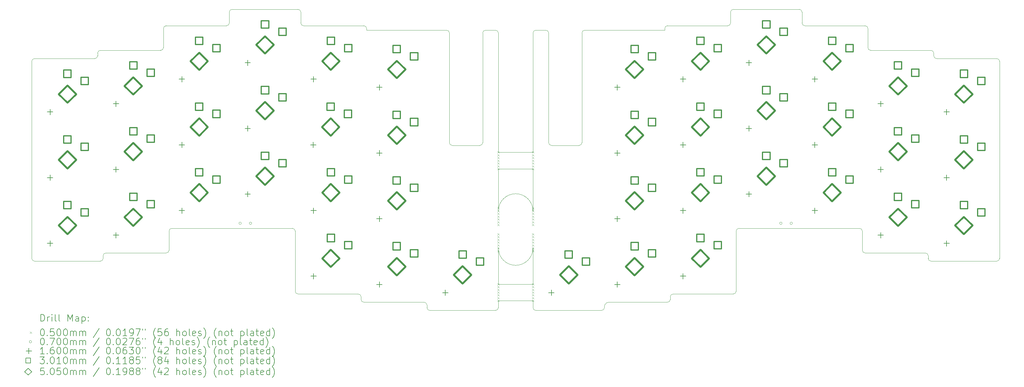
<source format=gbr>
%TF.GenerationSoftware,KiCad,Pcbnew,9.0.2*%
%TF.CreationDate,2025-06-05T20:26:39+03:00*%
%TF.ProjectId,KOMETA,4b4f4d45-5441-42e6-9b69-6361645f7063,rev?*%
%TF.SameCoordinates,Original*%
%TF.FileFunction,Drillmap*%
%TF.FilePolarity,Positive*%
%FSLAX45Y45*%
G04 Gerber Fmt 4.5, Leading zero omitted, Abs format (unit mm)*
G04 Created by KiCad (PCBNEW 9.0.2) date 2025-06-05 20:26:39*
%MOMM*%
%LPD*%
G01*
G04 APERTURE LIST*
%ADD10C,0.050000*%
%ADD11C,0.200000*%
%ADD12C,0.100000*%
%ADD13C,0.160000*%
%ADD14C,0.301000*%
%ADD15C,0.505000*%
G04 APERTURE END LIST*
D10*
X6770000Y-12250000D02*
X6770000Y-17950000D01*
X30730000Y-17160000D02*
X30730000Y-17712500D01*
X32870000Y-12170000D02*
G75*
G02*
X32790000Y-12090000I0J80000D01*
G01*
X27090000Y-17160000D02*
X27090000Y-18900000D01*
X30810000Y-17792500D02*
G75*
G02*
X30730000Y-17712500I0J80000D01*
G01*
X20230000Y-11430000D02*
X20230000Y-14882400D01*
X32710000Y-11932500D02*
X30970000Y-11932500D01*
X30810000Y-11220000D02*
G75*
G02*
X30890000Y-11300000I0J-80000D01*
G01*
X6770000Y-12250000D02*
G75*
G02*
X6850000Y-12170000I80000J0D01*
G01*
X14450000Y-10745000D02*
X12550000Y-10745000D01*
X10570000Y-11300000D02*
G75*
G02*
X10650000Y-11220000I80000J0D01*
G01*
X26930000Y-11140000D02*
G75*
G02*
X26850000Y-11220000I-80000J0D01*
G01*
X18090000Y-19218000D02*
G75*
G02*
X18170000Y-19298000I0J-80000D01*
G01*
X20230000Y-16580000D02*
G75*
G02*
X20730000Y-16080000I500000J0D01*
G01*
X8910000Y-17792500D02*
X10650000Y-17792500D01*
X32710000Y-18030000D02*
X34610000Y-18030000D01*
X8670000Y-12012500D02*
G75*
G02*
X8750000Y-11932500I80000J0D01*
G01*
X23290000Y-19347500D02*
X23290000Y-19375000D01*
X16430000Y-11350000D02*
X18738500Y-11350000D01*
X12470000Y-11140000D02*
G75*
G02*
X12390000Y-11220000I-80000J0D01*
G01*
X14290000Y-17080000D02*
G75*
G02*
X14370000Y-17160000I0J-80000D01*
G01*
X21230000Y-15362400D02*
X21230000Y-16580000D01*
X25030000Y-11300000D02*
X25030000Y-11350000D01*
X12470000Y-11140000D02*
X12470000Y-10825000D01*
X25190000Y-19060000D02*
X25190000Y-19138000D01*
X20730000Y-18150000D02*
G75*
G02*
X20230000Y-17650000I0J500000D01*
G01*
X10570000Y-11852500D02*
X10570000Y-11300000D01*
X26930000Y-10825000D02*
G75*
G02*
X27010000Y-10745000I80000J0D01*
G01*
X22641500Y-14602400D02*
G75*
G02*
X22561500Y-14682400I-80000J0D01*
G01*
X21230000Y-11430000D02*
G75*
G02*
X21310000Y-11350000I80000J0D01*
G01*
X20230000Y-19375000D02*
X20230000Y-19175000D01*
X25270000Y-18980000D02*
X27010000Y-18980000D01*
X20230000Y-19375000D02*
G75*
G02*
X20150000Y-19455000I-80000J0D01*
G01*
X25190000Y-19138000D02*
G75*
G02*
X25110000Y-19218000I-80000J0D01*
G01*
X21230000Y-19375000D02*
X21230000Y-19175000D01*
X8670000Y-12090000D02*
X8670000Y-12012500D01*
X8750000Y-18030000D02*
X6850000Y-18030000D01*
X18738500Y-11350000D02*
G75*
G02*
X18818500Y-11430000I0J-80000D01*
G01*
X8750000Y-11932500D02*
X10490000Y-11932500D01*
X25110000Y-11220000D02*
X26850000Y-11220000D01*
X32710000Y-11932500D02*
G75*
G02*
X32790000Y-12012500I0J-80000D01*
G01*
X10570000Y-11852500D02*
G75*
G02*
X10490000Y-11932500I-80000J0D01*
G01*
X10730000Y-17160000D02*
X10730000Y-17712500D01*
X23290000Y-19347500D02*
G75*
G02*
X23420000Y-19217500I130000J0D01*
G01*
X16350000Y-19217500D02*
G75*
G02*
X16270000Y-19137500I0J80000D01*
G01*
X21761500Y-14682400D02*
G75*
G02*
X21681500Y-14602400I0J80000D01*
G01*
X19778500Y-11430000D02*
G75*
G02*
X19858500Y-11350000I80000J0D01*
G01*
X14450000Y-18980000D02*
G75*
G02*
X14370000Y-18900000I0J80000D01*
G01*
X28990000Y-11140000D02*
X28990000Y-10825000D01*
X14290000Y-17080000D02*
X10810000Y-17080000D01*
X12390000Y-11220000D02*
X10650000Y-11220000D01*
X32790000Y-12090000D02*
X32790000Y-12012500D01*
X32710000Y-18030000D02*
G75*
G02*
X32630000Y-17950000I0J80000D01*
G01*
X14610000Y-11220000D02*
G75*
G02*
X14530000Y-11140000I0J80000D01*
G01*
X8670000Y-12090000D02*
G75*
G02*
X8590000Y-12170000I-80000J0D01*
G01*
X20730000Y-16080000D02*
G75*
G02*
X21230000Y-16580000I0J-500000D01*
G01*
X18090000Y-19217500D02*
X16350000Y-19217500D01*
X18898500Y-14682400D02*
G75*
G02*
X18818500Y-14602400I0J80000D01*
G01*
X8830000Y-17872500D02*
G75*
G02*
X8910000Y-17792500I80000J0D01*
G01*
X23210000Y-19455000D02*
X21310000Y-19455000D01*
X16190000Y-18980000D02*
G75*
G02*
X16270000Y-19060000I0J-80000D01*
G01*
X21601500Y-11350000D02*
X21310000Y-11350000D01*
X16430000Y-11300000D02*
X16430000Y-11350000D01*
X8830000Y-17872500D02*
X8830000Y-17950000D01*
X21230000Y-15362400D02*
X20230000Y-15362400D01*
X10730000Y-17160000D02*
G75*
G02*
X10810000Y-17080000I80000J0D01*
G01*
X27090000Y-18900000D02*
G75*
G02*
X27010000Y-18980000I-80000J0D01*
G01*
X21230000Y-14882400D02*
X20230000Y-14882400D01*
X32550000Y-17792500D02*
X30810000Y-17792500D01*
X20230000Y-18695000D02*
X20230000Y-17650000D01*
X14370000Y-17160000D02*
X14370000Y-18900000D01*
X16270000Y-19060000D02*
X16270000Y-19137500D01*
X19778500Y-14602400D02*
X19778500Y-11430000D01*
X18170000Y-19298000D02*
X18170000Y-19375000D01*
X8830000Y-17950000D02*
G75*
G02*
X8750000Y-18030000I-80000J0D01*
G01*
X19858500Y-11350000D02*
X20150000Y-11350000D01*
X30970000Y-11932500D02*
G75*
G02*
X30890000Y-11852500I0J80000D01*
G01*
X12470000Y-10825000D02*
G75*
G02*
X12550000Y-10745000I80000J0D01*
G01*
X34690000Y-17950000D02*
G75*
G02*
X34610000Y-18030000I-80000J0D01*
G01*
X21310000Y-19455000D02*
G75*
G02*
X21230000Y-19375000I0J80000D01*
G01*
X16350000Y-11220000D02*
G75*
G02*
X16430000Y-11300000I0J-80000D01*
G01*
X32630000Y-17872500D02*
X32630000Y-17950000D01*
X19778500Y-14602400D02*
G75*
G02*
X19698500Y-14682400I-80000J0D01*
G01*
X18250000Y-19455000D02*
X20150000Y-19455000D01*
X25190000Y-19060000D02*
G75*
G02*
X25270000Y-18980000I80000J0D01*
G01*
X22641500Y-14602400D02*
X22641500Y-11430000D01*
X22641500Y-11430000D02*
G75*
G02*
X22721500Y-11350000I80000J0D01*
G01*
X10730000Y-17712500D02*
G75*
G02*
X10650000Y-17792500I-80000J0D01*
G01*
X19698500Y-14682400D02*
X18898500Y-14682400D01*
X23290000Y-19375000D02*
G75*
G02*
X23210000Y-19455000I-80000J0D01*
G01*
X23420000Y-19217500D02*
X25110000Y-19217500D01*
X8590000Y-12170000D02*
X6850000Y-12170000D01*
X6850000Y-18030000D02*
G75*
G02*
X6770000Y-17950000I0J80000D01*
G01*
X30890000Y-11852500D02*
X30890000Y-11300000D01*
X27010000Y-10745000D02*
X28910000Y-10745000D01*
X25030000Y-11350000D02*
X22721500Y-11350000D01*
X29070000Y-11220000D02*
X30810000Y-11220000D01*
X20230000Y-15362400D02*
X20230000Y-16580000D01*
X18818500Y-14602400D02*
X18818500Y-11430000D01*
X34610000Y-12170000D02*
G75*
G02*
X34690000Y-12250000I0J-80000D01*
G01*
X27170000Y-17080000D02*
X30650000Y-17080000D01*
X20150000Y-11350000D02*
G75*
G02*
X20230000Y-11430000I0J-80000D01*
G01*
X14530000Y-11140000D02*
X14530000Y-10825000D01*
X34690000Y-12250000D02*
X34690000Y-17950000D01*
X21230000Y-19175000D02*
X20230000Y-19175000D01*
X30650000Y-17080000D02*
G75*
G02*
X30730000Y-17160000I0J-80000D01*
G01*
X21230000Y-18695000D02*
X20230000Y-18695000D01*
X32550000Y-17792500D02*
G75*
G02*
X32630000Y-17872500I0J-80000D01*
G01*
X26930000Y-11140000D02*
X26930000Y-10825000D01*
X21230000Y-11430000D02*
X21230000Y-14882400D01*
X16190000Y-18980000D02*
X14450000Y-18980000D01*
X21601500Y-11350000D02*
G75*
G02*
X21681500Y-11430000I0J-80000D01*
G01*
X29070000Y-11220000D02*
G75*
G02*
X28990000Y-11140000I0J80000D01*
G01*
X18250000Y-19455000D02*
G75*
G02*
X18170000Y-19375000I0J80000D01*
G01*
X21230000Y-18695000D02*
X21230000Y-17650000D01*
X25030000Y-11300000D02*
G75*
G02*
X25110000Y-11220000I80000J0D01*
G01*
X22561500Y-14682400D02*
X21761500Y-14682400D01*
X27090000Y-17160000D02*
G75*
G02*
X27170000Y-17080000I80000J0D01*
G01*
X32870000Y-12170000D02*
X34610000Y-12170000D01*
X28910000Y-10745000D02*
G75*
G02*
X28990000Y-10825000I0J-80000D01*
G01*
X16350000Y-11220000D02*
X14610000Y-11220000D01*
X21681500Y-14602400D02*
X21681500Y-11430000D01*
X21230000Y-17650000D02*
G75*
G02*
X20730000Y-18150000I-500000J0D01*
G01*
X14450000Y-10745000D02*
G75*
G02*
X14530000Y-10825000I0J-80000D01*
G01*
D11*
D12*
X20205000Y-14857400D02*
X20255000Y-14907400D01*
X20255000Y-14857400D02*
X20205000Y-14907400D01*
X20205000Y-14937400D02*
X20255000Y-14987400D01*
X20255000Y-14937400D02*
X20205000Y-14987400D01*
X20205000Y-15017400D02*
X20255000Y-15067400D01*
X20255000Y-15017400D02*
X20205000Y-15067400D01*
X20205000Y-15097400D02*
X20255000Y-15147400D01*
X20255000Y-15097400D02*
X20205000Y-15147400D01*
X20205000Y-15177400D02*
X20255000Y-15227400D01*
X20255000Y-15177400D02*
X20205000Y-15227400D01*
X20205000Y-15257400D02*
X20255000Y-15307400D01*
X20255000Y-15257400D02*
X20205000Y-15307400D01*
X20205000Y-15337400D02*
X20255000Y-15387400D01*
X20255000Y-15337400D02*
X20205000Y-15387400D01*
X20205000Y-16475000D02*
X20255000Y-16525000D01*
X20255000Y-16475000D02*
X20205000Y-16525000D01*
X20205000Y-16555000D02*
X20255000Y-16605000D01*
X20255000Y-16555000D02*
X20205000Y-16605000D01*
X20205000Y-16635000D02*
X20255000Y-16685000D01*
X20255000Y-16635000D02*
X20205000Y-16685000D01*
X20205000Y-16715000D02*
X20255000Y-16765000D01*
X20255000Y-16715000D02*
X20205000Y-16765000D01*
X20205000Y-16795000D02*
X20255000Y-16845000D01*
X20255000Y-16795000D02*
X20205000Y-16845000D01*
X20205000Y-16875000D02*
X20255000Y-16925000D01*
X20255000Y-16875000D02*
X20205000Y-16925000D01*
X20205000Y-16955000D02*
X20255000Y-17005000D01*
X20255000Y-16955000D02*
X20205000Y-17005000D01*
X20205000Y-17225000D02*
X20255000Y-17275000D01*
X20255000Y-17225000D02*
X20205000Y-17275000D01*
X20205000Y-17305000D02*
X20255000Y-17355000D01*
X20255000Y-17305000D02*
X20205000Y-17355000D01*
X20205000Y-17385000D02*
X20255000Y-17435000D01*
X20255000Y-17385000D02*
X20205000Y-17435000D01*
X20205000Y-17465000D02*
X20255000Y-17515000D01*
X20255000Y-17465000D02*
X20205000Y-17515000D01*
X20205000Y-17545000D02*
X20255000Y-17595000D01*
X20255000Y-17545000D02*
X20205000Y-17595000D01*
X20205000Y-17625000D02*
X20255000Y-17675000D01*
X20255000Y-17625000D02*
X20205000Y-17675000D01*
X20205000Y-17705000D02*
X20255000Y-17755000D01*
X20255000Y-17705000D02*
X20205000Y-17755000D01*
X20205000Y-18670000D02*
X20255000Y-18720000D01*
X20255000Y-18670000D02*
X20205000Y-18720000D01*
X20205000Y-18750000D02*
X20255000Y-18800000D01*
X20255000Y-18750000D02*
X20205000Y-18800000D01*
X20205000Y-18830000D02*
X20255000Y-18880000D01*
X20255000Y-18830000D02*
X20205000Y-18880000D01*
X20205000Y-18910000D02*
X20255000Y-18960000D01*
X20255000Y-18910000D02*
X20205000Y-18960000D01*
X20205000Y-18990000D02*
X20255000Y-19040000D01*
X20255000Y-18990000D02*
X20205000Y-19040000D01*
X20205000Y-19070000D02*
X20255000Y-19120000D01*
X20255000Y-19070000D02*
X20205000Y-19120000D01*
X20205000Y-19150000D02*
X20255000Y-19200000D01*
X20255000Y-19150000D02*
X20205000Y-19200000D01*
X21205000Y-14857400D02*
X21255000Y-14907400D01*
X21255000Y-14857400D02*
X21205000Y-14907400D01*
X21205000Y-14937400D02*
X21255000Y-14987400D01*
X21255000Y-14937400D02*
X21205000Y-14987400D01*
X21205000Y-15017400D02*
X21255000Y-15067400D01*
X21255000Y-15017400D02*
X21205000Y-15067400D01*
X21205000Y-15097400D02*
X21255000Y-15147400D01*
X21255000Y-15097400D02*
X21205000Y-15147400D01*
X21205000Y-15177400D02*
X21255000Y-15227400D01*
X21255000Y-15177400D02*
X21205000Y-15227400D01*
X21205000Y-15257400D02*
X21255000Y-15307400D01*
X21255000Y-15257400D02*
X21205000Y-15307400D01*
X21205000Y-15337400D02*
X21255000Y-15387400D01*
X21255000Y-15337400D02*
X21205000Y-15387400D01*
X21205000Y-16475000D02*
X21255000Y-16525000D01*
X21255000Y-16475000D02*
X21205000Y-16525000D01*
X21205000Y-16555000D02*
X21255000Y-16605000D01*
X21255000Y-16555000D02*
X21205000Y-16605000D01*
X21205000Y-16635000D02*
X21255000Y-16685000D01*
X21255000Y-16635000D02*
X21205000Y-16685000D01*
X21205000Y-16715000D02*
X21255000Y-16765000D01*
X21255000Y-16715000D02*
X21205000Y-16765000D01*
X21205000Y-16795000D02*
X21255000Y-16845000D01*
X21255000Y-16795000D02*
X21205000Y-16845000D01*
X21205000Y-16875000D02*
X21255000Y-16925000D01*
X21255000Y-16875000D02*
X21205000Y-16925000D01*
X21205000Y-16955000D02*
X21255000Y-17005000D01*
X21255000Y-16955000D02*
X21205000Y-17005000D01*
X21205000Y-17225000D02*
X21255000Y-17275000D01*
X21255000Y-17225000D02*
X21205000Y-17275000D01*
X21205000Y-17305000D02*
X21255000Y-17355000D01*
X21255000Y-17305000D02*
X21205000Y-17355000D01*
X21205000Y-17385000D02*
X21255000Y-17435000D01*
X21255000Y-17385000D02*
X21205000Y-17435000D01*
X21205000Y-17465000D02*
X21255000Y-17515000D01*
X21255000Y-17465000D02*
X21205000Y-17515000D01*
X21205000Y-17545000D02*
X21255000Y-17595000D01*
X21255000Y-17545000D02*
X21205000Y-17595000D01*
X21205000Y-17625000D02*
X21255000Y-17675000D01*
X21255000Y-17625000D02*
X21205000Y-17675000D01*
X21205000Y-17705000D02*
X21255000Y-17755000D01*
X21255000Y-17705000D02*
X21205000Y-17755000D01*
X21205000Y-18670000D02*
X21255000Y-18720000D01*
X21255000Y-18670000D02*
X21205000Y-18720000D01*
X21205000Y-18750000D02*
X21255000Y-18800000D01*
X21255000Y-18750000D02*
X21205000Y-18800000D01*
X21205000Y-18830000D02*
X21255000Y-18880000D01*
X21255000Y-18830000D02*
X21205000Y-18880000D01*
X21205000Y-18910000D02*
X21255000Y-18960000D01*
X21255000Y-18910000D02*
X21205000Y-18960000D01*
X21205000Y-18990000D02*
X21255000Y-19040000D01*
X21255000Y-18990000D02*
X21205000Y-19040000D01*
X21205000Y-19070000D02*
X21255000Y-19120000D01*
X21255000Y-19070000D02*
X21205000Y-19120000D01*
X21205000Y-19150000D02*
X21255000Y-19200000D01*
X21255000Y-19150000D02*
X21205000Y-19200000D01*
X12815000Y-16935000D02*
G75*
G02*
X12745000Y-16935000I-35000J0D01*
G01*
X12745000Y-16935000D02*
G75*
G02*
X12815000Y-16935000I35000J0D01*
G01*
X13115000Y-16935000D02*
G75*
G02*
X13045000Y-16935000I-35000J0D01*
G01*
X13045000Y-16935000D02*
G75*
G02*
X13115000Y-16935000I35000J0D01*
G01*
X28415000Y-16935000D02*
G75*
G02*
X28345000Y-16935000I-35000J0D01*
G01*
X28345000Y-16935000D02*
G75*
G02*
X28415000Y-16935000I35000J0D01*
G01*
X28715000Y-16935000D02*
G75*
G02*
X28645000Y-16935000I-35000J0D01*
G01*
X28645000Y-16935000D02*
G75*
G02*
X28715000Y-16935000I35000J0D01*
G01*
D13*
X7300000Y-13635000D02*
X7300000Y-13795000D01*
X7220000Y-13715000D02*
X7380000Y-13715000D01*
X7300000Y-15535000D02*
X7300000Y-15695000D01*
X7220000Y-15615000D02*
X7380000Y-15615000D01*
X7300000Y-17435000D02*
X7300000Y-17595000D01*
X7220000Y-17515000D02*
X7380000Y-17515000D01*
X9200000Y-13397500D02*
X9200000Y-13557500D01*
X9120000Y-13477500D02*
X9280000Y-13477500D01*
X9200000Y-15297500D02*
X9200000Y-15457500D01*
X9120000Y-15377500D02*
X9280000Y-15377500D01*
X9200000Y-17197500D02*
X9200000Y-17357500D01*
X9120000Y-17277500D02*
X9280000Y-17277500D01*
X11100000Y-12685000D02*
X11100000Y-12845000D01*
X11020000Y-12765000D02*
X11180000Y-12765000D01*
X11100000Y-14585000D02*
X11100000Y-14745000D01*
X11020000Y-14665000D02*
X11180000Y-14665000D01*
X11100000Y-16485000D02*
X11100000Y-16645000D01*
X11020000Y-16565000D02*
X11180000Y-16565000D01*
X13000000Y-12210000D02*
X13000000Y-12370000D01*
X12920000Y-12290000D02*
X13080000Y-12290000D01*
X13000000Y-14110000D02*
X13000000Y-14270000D01*
X12920000Y-14190000D02*
X13080000Y-14190000D01*
X13000000Y-16010000D02*
X13000000Y-16170000D01*
X12920000Y-16090000D02*
X13080000Y-16090000D01*
X14892000Y-14585000D02*
X14892000Y-14745000D01*
X14812000Y-14665000D02*
X14972000Y-14665000D01*
X14900000Y-12685000D02*
X14900000Y-12845000D01*
X14820000Y-12765000D02*
X14980000Y-12765000D01*
X14900000Y-16485000D02*
X14900000Y-16645000D01*
X14820000Y-16565000D02*
X14980000Y-16565000D01*
X14900000Y-18385000D02*
X14900000Y-18545000D01*
X14820000Y-18465000D02*
X14980000Y-18465000D01*
X16800000Y-12922500D02*
X16800000Y-13082500D01*
X16720000Y-13002500D02*
X16880000Y-13002500D01*
X16800000Y-14822500D02*
X16800000Y-14982500D01*
X16720000Y-14902500D02*
X16880000Y-14902500D01*
X16800000Y-16722500D02*
X16800000Y-16882500D01*
X16720000Y-16802500D02*
X16880000Y-16802500D01*
X16800000Y-18622500D02*
X16800000Y-18782500D01*
X16720000Y-18702500D02*
X16880000Y-18702500D01*
X18700000Y-18860000D02*
X18700000Y-19020000D01*
X18620000Y-18940000D02*
X18780000Y-18940000D01*
X21760000Y-18860000D02*
X21760000Y-19020000D01*
X21680000Y-18940000D02*
X21840000Y-18940000D01*
X23660000Y-12922500D02*
X23660000Y-13082500D01*
X23580000Y-13002500D02*
X23740000Y-13002500D01*
X23660000Y-14822500D02*
X23660000Y-14982500D01*
X23580000Y-14902500D02*
X23740000Y-14902500D01*
X23660000Y-16722500D02*
X23660000Y-16882500D01*
X23580000Y-16802500D02*
X23740000Y-16802500D01*
X23660000Y-18622500D02*
X23660000Y-18782500D01*
X23580000Y-18702500D02*
X23740000Y-18702500D01*
X25560000Y-12685000D02*
X25560000Y-12845000D01*
X25480000Y-12765000D02*
X25640000Y-12765000D01*
X25560000Y-14585000D02*
X25560000Y-14745000D01*
X25480000Y-14665000D02*
X25640000Y-14665000D01*
X25560000Y-16485000D02*
X25560000Y-16645000D01*
X25480000Y-16565000D02*
X25640000Y-16565000D01*
X25560000Y-18385000D02*
X25560000Y-18545000D01*
X25480000Y-18465000D02*
X25640000Y-18465000D01*
X27460000Y-12210000D02*
X27460000Y-12370000D01*
X27380000Y-12290000D02*
X27540000Y-12290000D01*
X27460000Y-14110000D02*
X27460000Y-14270000D01*
X27380000Y-14190000D02*
X27540000Y-14190000D01*
X27460000Y-16010000D02*
X27460000Y-16170000D01*
X27380000Y-16090000D02*
X27540000Y-16090000D01*
X29360000Y-12685000D02*
X29360000Y-12845000D01*
X29280000Y-12765000D02*
X29440000Y-12765000D01*
X29360000Y-14585000D02*
X29360000Y-14745000D01*
X29280000Y-14665000D02*
X29440000Y-14665000D01*
X29360000Y-16485000D02*
X29360000Y-16645000D01*
X29280000Y-16565000D02*
X29440000Y-16565000D01*
X31260000Y-13397500D02*
X31260000Y-13557500D01*
X31180000Y-13477500D02*
X31340000Y-13477500D01*
X31260000Y-15297500D02*
X31260000Y-15457500D01*
X31180000Y-15377500D02*
X31340000Y-15377500D01*
X31260000Y-17197500D02*
X31260000Y-17357500D01*
X31180000Y-17277500D02*
X31340000Y-17277500D01*
X33160000Y-13635000D02*
X33160000Y-13795000D01*
X33080000Y-13715000D02*
X33240000Y-13715000D01*
X33160000Y-15535000D02*
X33160000Y-15695000D01*
X33080000Y-15615000D02*
X33240000Y-15615000D01*
X33160000Y-17435000D02*
X33160000Y-17595000D01*
X33080000Y-17515000D02*
X33240000Y-17515000D01*
D14*
X7906421Y-12716421D02*
X7906421Y-12503579D01*
X7693579Y-12503579D01*
X7693579Y-12716421D01*
X7906421Y-12716421D01*
X7906421Y-14616421D02*
X7906421Y-14403579D01*
X7693579Y-14403579D01*
X7693579Y-14616421D01*
X7906421Y-14616421D01*
X7906421Y-16516421D02*
X7906421Y-16303579D01*
X7693579Y-16303579D01*
X7693579Y-16516421D01*
X7906421Y-16516421D01*
X8406421Y-12926421D02*
X8406421Y-12713579D01*
X8193579Y-12713579D01*
X8193579Y-12926421D01*
X8406421Y-12926421D01*
X8406421Y-14826421D02*
X8406421Y-14613579D01*
X8193579Y-14613579D01*
X8193579Y-14826421D01*
X8406421Y-14826421D01*
X8406421Y-16726421D02*
X8406421Y-16513579D01*
X8193579Y-16513579D01*
X8193579Y-16726421D01*
X8406421Y-16726421D01*
X9806421Y-12478921D02*
X9806421Y-12266079D01*
X9593579Y-12266079D01*
X9593579Y-12478921D01*
X9806421Y-12478921D01*
X9806421Y-14378921D02*
X9806421Y-14166079D01*
X9593579Y-14166079D01*
X9593579Y-14378921D01*
X9806421Y-14378921D01*
X9806421Y-16278921D02*
X9806421Y-16066079D01*
X9593579Y-16066079D01*
X9593579Y-16278921D01*
X9806421Y-16278921D01*
X10306421Y-12688921D02*
X10306421Y-12476079D01*
X10093579Y-12476079D01*
X10093579Y-12688921D01*
X10306421Y-12688921D01*
X10306421Y-14588921D02*
X10306421Y-14376079D01*
X10093579Y-14376079D01*
X10093579Y-14588921D01*
X10306421Y-14588921D01*
X10306421Y-16488921D02*
X10306421Y-16276079D01*
X10093579Y-16276079D01*
X10093579Y-16488921D01*
X10306421Y-16488921D01*
X11706421Y-11766421D02*
X11706421Y-11553579D01*
X11493579Y-11553579D01*
X11493579Y-11766421D01*
X11706421Y-11766421D01*
X11706421Y-13666421D02*
X11706421Y-13453579D01*
X11493579Y-13453579D01*
X11493579Y-13666421D01*
X11706421Y-13666421D01*
X11706421Y-15566421D02*
X11706421Y-15353579D01*
X11493579Y-15353579D01*
X11493579Y-15566421D01*
X11706421Y-15566421D01*
X12206421Y-11976421D02*
X12206421Y-11763579D01*
X11993579Y-11763579D01*
X11993579Y-11976421D01*
X12206421Y-11976421D01*
X12206421Y-13876421D02*
X12206421Y-13663579D01*
X11993579Y-13663579D01*
X11993579Y-13876421D01*
X12206421Y-13876421D01*
X12206421Y-15776421D02*
X12206421Y-15563579D01*
X11993579Y-15563579D01*
X11993579Y-15776421D01*
X12206421Y-15776421D01*
X13606421Y-11291421D02*
X13606421Y-11078579D01*
X13393579Y-11078579D01*
X13393579Y-11291421D01*
X13606421Y-11291421D01*
X13606421Y-13191421D02*
X13606421Y-12978579D01*
X13393579Y-12978579D01*
X13393579Y-13191421D01*
X13606421Y-13191421D01*
X13606421Y-15091421D02*
X13606421Y-14878579D01*
X13393579Y-14878579D01*
X13393579Y-15091421D01*
X13606421Y-15091421D01*
X14106421Y-11501421D02*
X14106421Y-11288579D01*
X13893579Y-11288579D01*
X13893579Y-11501421D01*
X14106421Y-11501421D01*
X14106421Y-13401421D02*
X14106421Y-13188579D01*
X13893579Y-13188579D01*
X13893579Y-13401421D01*
X14106421Y-13401421D01*
X14106421Y-15301421D02*
X14106421Y-15088579D01*
X13893579Y-15088579D01*
X13893579Y-15301421D01*
X14106421Y-15301421D01*
X15498421Y-13666421D02*
X15498421Y-13453579D01*
X15285579Y-13453579D01*
X15285579Y-13666421D01*
X15498421Y-13666421D01*
X15506421Y-11766421D02*
X15506421Y-11553579D01*
X15293579Y-11553579D01*
X15293579Y-11766421D01*
X15506421Y-11766421D01*
X15506421Y-15566421D02*
X15506421Y-15353579D01*
X15293579Y-15353579D01*
X15293579Y-15566421D01*
X15506421Y-15566421D01*
X15506421Y-17466421D02*
X15506421Y-17253579D01*
X15293579Y-17253579D01*
X15293579Y-17466421D01*
X15506421Y-17466421D01*
X15998421Y-13876421D02*
X15998421Y-13663579D01*
X15785579Y-13663579D01*
X15785579Y-13876421D01*
X15998421Y-13876421D01*
X16006421Y-11976421D02*
X16006421Y-11763579D01*
X15793579Y-11763579D01*
X15793579Y-11976421D01*
X16006421Y-11976421D01*
X16006421Y-15776421D02*
X16006421Y-15563579D01*
X15793579Y-15563579D01*
X15793579Y-15776421D01*
X16006421Y-15776421D01*
X16006421Y-17676421D02*
X16006421Y-17463579D01*
X15793579Y-17463579D01*
X15793579Y-17676421D01*
X16006421Y-17676421D01*
X17406421Y-12003921D02*
X17406421Y-11791079D01*
X17193579Y-11791079D01*
X17193579Y-12003921D01*
X17406421Y-12003921D01*
X17406421Y-13903921D02*
X17406421Y-13691079D01*
X17193579Y-13691079D01*
X17193579Y-13903921D01*
X17406421Y-13903921D01*
X17406421Y-15803921D02*
X17406421Y-15591079D01*
X17193579Y-15591079D01*
X17193579Y-15803921D01*
X17406421Y-15803921D01*
X17406421Y-17703921D02*
X17406421Y-17491079D01*
X17193579Y-17491079D01*
X17193579Y-17703921D01*
X17406421Y-17703921D01*
X17906421Y-12213921D02*
X17906421Y-12001079D01*
X17693579Y-12001079D01*
X17693579Y-12213921D01*
X17906421Y-12213921D01*
X17906421Y-14113921D02*
X17906421Y-13901079D01*
X17693579Y-13901079D01*
X17693579Y-14113921D01*
X17906421Y-14113921D01*
X17906421Y-16013921D02*
X17906421Y-15801079D01*
X17693579Y-15801079D01*
X17693579Y-16013921D01*
X17906421Y-16013921D01*
X17906421Y-17913921D02*
X17906421Y-17701079D01*
X17693579Y-17701079D01*
X17693579Y-17913921D01*
X17906421Y-17913921D01*
X19306421Y-17941421D02*
X19306421Y-17728579D01*
X19093579Y-17728579D01*
X19093579Y-17941421D01*
X19306421Y-17941421D01*
X19806421Y-18151421D02*
X19806421Y-17938579D01*
X19593579Y-17938579D01*
X19593579Y-18151421D01*
X19806421Y-18151421D01*
X22366421Y-17941421D02*
X22366421Y-17728579D01*
X22153579Y-17728579D01*
X22153579Y-17941421D01*
X22366421Y-17941421D01*
X22866421Y-18151421D02*
X22866421Y-17938579D01*
X22653579Y-17938579D01*
X22653579Y-18151421D01*
X22866421Y-18151421D01*
X24266421Y-12003921D02*
X24266421Y-11791079D01*
X24053579Y-11791079D01*
X24053579Y-12003921D01*
X24266421Y-12003921D01*
X24266421Y-13903921D02*
X24266421Y-13691079D01*
X24053579Y-13691079D01*
X24053579Y-13903921D01*
X24266421Y-13903921D01*
X24266421Y-15803921D02*
X24266421Y-15591079D01*
X24053579Y-15591079D01*
X24053579Y-15803921D01*
X24266421Y-15803921D01*
X24266421Y-17703921D02*
X24266421Y-17491079D01*
X24053579Y-17491079D01*
X24053579Y-17703921D01*
X24266421Y-17703921D01*
X24766421Y-12213921D02*
X24766421Y-12001079D01*
X24553579Y-12001079D01*
X24553579Y-12213921D01*
X24766421Y-12213921D01*
X24766421Y-14113921D02*
X24766421Y-13901079D01*
X24553579Y-13901079D01*
X24553579Y-14113921D01*
X24766421Y-14113921D01*
X24766421Y-16013921D02*
X24766421Y-15801079D01*
X24553579Y-15801079D01*
X24553579Y-16013921D01*
X24766421Y-16013921D01*
X24766421Y-17913921D02*
X24766421Y-17701079D01*
X24553579Y-17701079D01*
X24553579Y-17913921D01*
X24766421Y-17913921D01*
X26166421Y-11766421D02*
X26166421Y-11553579D01*
X25953579Y-11553579D01*
X25953579Y-11766421D01*
X26166421Y-11766421D01*
X26166421Y-13666421D02*
X26166421Y-13453579D01*
X25953579Y-13453579D01*
X25953579Y-13666421D01*
X26166421Y-13666421D01*
X26166421Y-15566421D02*
X26166421Y-15353579D01*
X25953579Y-15353579D01*
X25953579Y-15566421D01*
X26166421Y-15566421D01*
X26166421Y-17466421D02*
X26166421Y-17253579D01*
X25953579Y-17253579D01*
X25953579Y-17466421D01*
X26166421Y-17466421D01*
X26666421Y-11976421D02*
X26666421Y-11763579D01*
X26453579Y-11763579D01*
X26453579Y-11976421D01*
X26666421Y-11976421D01*
X26666421Y-13876421D02*
X26666421Y-13663579D01*
X26453579Y-13663579D01*
X26453579Y-13876421D01*
X26666421Y-13876421D01*
X26666421Y-15776421D02*
X26666421Y-15563579D01*
X26453579Y-15563579D01*
X26453579Y-15776421D01*
X26666421Y-15776421D01*
X26666421Y-17676421D02*
X26666421Y-17463579D01*
X26453579Y-17463579D01*
X26453579Y-17676421D01*
X26666421Y-17676421D01*
X28066421Y-11291421D02*
X28066421Y-11078579D01*
X27853579Y-11078579D01*
X27853579Y-11291421D01*
X28066421Y-11291421D01*
X28066421Y-13191421D02*
X28066421Y-12978579D01*
X27853579Y-12978579D01*
X27853579Y-13191421D01*
X28066421Y-13191421D01*
X28066421Y-15091421D02*
X28066421Y-14878579D01*
X27853579Y-14878579D01*
X27853579Y-15091421D01*
X28066421Y-15091421D01*
X28566421Y-11501421D02*
X28566421Y-11288579D01*
X28353579Y-11288579D01*
X28353579Y-11501421D01*
X28566421Y-11501421D01*
X28566421Y-13401421D02*
X28566421Y-13188579D01*
X28353579Y-13188579D01*
X28353579Y-13401421D01*
X28566421Y-13401421D01*
X28566421Y-15301421D02*
X28566421Y-15088579D01*
X28353579Y-15088579D01*
X28353579Y-15301421D01*
X28566421Y-15301421D01*
X29966421Y-11766421D02*
X29966421Y-11553579D01*
X29753579Y-11553579D01*
X29753579Y-11766421D01*
X29966421Y-11766421D01*
X29966421Y-13666421D02*
X29966421Y-13453579D01*
X29753579Y-13453579D01*
X29753579Y-13666421D01*
X29966421Y-13666421D01*
X29966421Y-15566421D02*
X29966421Y-15353579D01*
X29753579Y-15353579D01*
X29753579Y-15566421D01*
X29966421Y-15566421D01*
X30466421Y-11976421D02*
X30466421Y-11763579D01*
X30253579Y-11763579D01*
X30253579Y-11976421D01*
X30466421Y-11976421D01*
X30466421Y-13876421D02*
X30466421Y-13663579D01*
X30253579Y-13663579D01*
X30253579Y-13876421D01*
X30466421Y-13876421D01*
X30466421Y-15776421D02*
X30466421Y-15563579D01*
X30253579Y-15563579D01*
X30253579Y-15776421D01*
X30466421Y-15776421D01*
X31866421Y-12478921D02*
X31866421Y-12266079D01*
X31653579Y-12266079D01*
X31653579Y-12478921D01*
X31866421Y-12478921D01*
X31866421Y-14378921D02*
X31866421Y-14166079D01*
X31653579Y-14166079D01*
X31653579Y-14378921D01*
X31866421Y-14378921D01*
X31866421Y-16278921D02*
X31866421Y-16066079D01*
X31653579Y-16066079D01*
X31653579Y-16278921D01*
X31866421Y-16278921D01*
X32366421Y-12688921D02*
X32366421Y-12476079D01*
X32153579Y-12476079D01*
X32153579Y-12688921D01*
X32366421Y-12688921D01*
X32366421Y-14588921D02*
X32366421Y-14376079D01*
X32153579Y-14376079D01*
X32153579Y-14588921D01*
X32366421Y-14588921D01*
X32366421Y-16488921D02*
X32366421Y-16276079D01*
X32153579Y-16276079D01*
X32153579Y-16488921D01*
X32366421Y-16488921D01*
X33766421Y-12716421D02*
X33766421Y-12503579D01*
X33553579Y-12503579D01*
X33553579Y-12716421D01*
X33766421Y-12716421D01*
X33766421Y-14616421D02*
X33766421Y-14403579D01*
X33553579Y-14403579D01*
X33553579Y-14616421D01*
X33766421Y-14616421D01*
X33766421Y-16516421D02*
X33766421Y-16303579D01*
X33553579Y-16303579D01*
X33553579Y-16516421D01*
X33766421Y-16516421D01*
X34266421Y-12926421D02*
X34266421Y-12713579D01*
X34053579Y-12713579D01*
X34053579Y-12926421D01*
X34266421Y-12926421D01*
X34266421Y-14826421D02*
X34266421Y-14613579D01*
X34053579Y-14613579D01*
X34053579Y-14826421D01*
X34266421Y-14826421D01*
X34266421Y-16726421D02*
X34266421Y-16513579D01*
X34053579Y-16513579D01*
X34053579Y-16726421D01*
X34266421Y-16726421D01*
D15*
X7800000Y-13452500D02*
X8052500Y-13200000D01*
X7800000Y-12947500D01*
X7547500Y-13200000D01*
X7800000Y-13452500D01*
X7800000Y-15352500D02*
X8052500Y-15100000D01*
X7800000Y-14847500D01*
X7547500Y-15100000D01*
X7800000Y-15352500D01*
X7800000Y-17252500D02*
X8052500Y-17000000D01*
X7800000Y-16747500D01*
X7547500Y-17000000D01*
X7800000Y-17252500D01*
X9700000Y-13215000D02*
X9952500Y-12962500D01*
X9700000Y-12710000D01*
X9447500Y-12962500D01*
X9700000Y-13215000D01*
X9700000Y-15115000D02*
X9952500Y-14862500D01*
X9700000Y-14610000D01*
X9447500Y-14862500D01*
X9700000Y-15115000D01*
X9700000Y-17015000D02*
X9952500Y-16762500D01*
X9700000Y-16510000D01*
X9447500Y-16762500D01*
X9700000Y-17015000D01*
X11600000Y-12502500D02*
X11852500Y-12250000D01*
X11600000Y-11997500D01*
X11347500Y-12250000D01*
X11600000Y-12502500D01*
X11600000Y-14402500D02*
X11852500Y-14150000D01*
X11600000Y-13897500D01*
X11347500Y-14150000D01*
X11600000Y-14402500D01*
X11600000Y-16302500D02*
X11852500Y-16050000D01*
X11600000Y-15797500D01*
X11347500Y-16050000D01*
X11600000Y-16302500D01*
X13500000Y-12027500D02*
X13752500Y-11775000D01*
X13500000Y-11522500D01*
X13247500Y-11775000D01*
X13500000Y-12027500D01*
X13500000Y-13927500D02*
X13752500Y-13675000D01*
X13500000Y-13422500D01*
X13247500Y-13675000D01*
X13500000Y-13927500D01*
X13500000Y-15827500D02*
X13752500Y-15575000D01*
X13500000Y-15322500D01*
X13247500Y-15575000D01*
X13500000Y-15827500D01*
X15392000Y-14402500D02*
X15644500Y-14150000D01*
X15392000Y-13897500D01*
X15139500Y-14150000D01*
X15392000Y-14402500D01*
X15400000Y-12502500D02*
X15652500Y-12250000D01*
X15400000Y-11997500D01*
X15147500Y-12250000D01*
X15400000Y-12502500D01*
X15400000Y-16302500D02*
X15652500Y-16050000D01*
X15400000Y-15797500D01*
X15147500Y-16050000D01*
X15400000Y-16302500D01*
X15400000Y-18202500D02*
X15652500Y-17950000D01*
X15400000Y-17697500D01*
X15147500Y-17950000D01*
X15400000Y-18202500D01*
X17300000Y-12740000D02*
X17552500Y-12487500D01*
X17300000Y-12235000D01*
X17047500Y-12487500D01*
X17300000Y-12740000D01*
X17300000Y-14640000D02*
X17552500Y-14387500D01*
X17300000Y-14135000D01*
X17047500Y-14387500D01*
X17300000Y-14640000D01*
X17300000Y-16540000D02*
X17552500Y-16287500D01*
X17300000Y-16035000D01*
X17047500Y-16287500D01*
X17300000Y-16540000D01*
X17300000Y-18440000D02*
X17552500Y-18187500D01*
X17300000Y-17935000D01*
X17047500Y-18187500D01*
X17300000Y-18440000D01*
X19200000Y-18677500D02*
X19452500Y-18425000D01*
X19200000Y-18172500D01*
X18947500Y-18425000D01*
X19200000Y-18677500D01*
X22260000Y-18677500D02*
X22512500Y-18425000D01*
X22260000Y-18172500D01*
X22007500Y-18425000D01*
X22260000Y-18677500D01*
X24160000Y-12740000D02*
X24412500Y-12487500D01*
X24160000Y-12235000D01*
X23907500Y-12487500D01*
X24160000Y-12740000D01*
X24160000Y-14640000D02*
X24412500Y-14387500D01*
X24160000Y-14135000D01*
X23907500Y-14387500D01*
X24160000Y-14640000D01*
X24160000Y-16540000D02*
X24412500Y-16287500D01*
X24160000Y-16035000D01*
X23907500Y-16287500D01*
X24160000Y-16540000D01*
X24160000Y-18440000D02*
X24412500Y-18187500D01*
X24160000Y-17935000D01*
X23907500Y-18187500D01*
X24160000Y-18440000D01*
X26060000Y-12502500D02*
X26312500Y-12250000D01*
X26060000Y-11997500D01*
X25807500Y-12250000D01*
X26060000Y-12502500D01*
X26060000Y-14402500D02*
X26312500Y-14150000D01*
X26060000Y-13897500D01*
X25807500Y-14150000D01*
X26060000Y-14402500D01*
X26060000Y-16302500D02*
X26312500Y-16050000D01*
X26060000Y-15797500D01*
X25807500Y-16050000D01*
X26060000Y-16302500D01*
X26060000Y-18202500D02*
X26312500Y-17950000D01*
X26060000Y-17697500D01*
X25807500Y-17950000D01*
X26060000Y-18202500D01*
X27960000Y-12027500D02*
X28212500Y-11775000D01*
X27960000Y-11522500D01*
X27707500Y-11775000D01*
X27960000Y-12027500D01*
X27960000Y-13927500D02*
X28212500Y-13675000D01*
X27960000Y-13422500D01*
X27707500Y-13675000D01*
X27960000Y-13927500D01*
X27960000Y-15827500D02*
X28212500Y-15575000D01*
X27960000Y-15322500D01*
X27707500Y-15575000D01*
X27960000Y-15827500D01*
X29860000Y-12502500D02*
X30112500Y-12250000D01*
X29860000Y-11997500D01*
X29607500Y-12250000D01*
X29860000Y-12502500D01*
X29860000Y-14402500D02*
X30112500Y-14150000D01*
X29860000Y-13897500D01*
X29607500Y-14150000D01*
X29860000Y-14402500D01*
X29860000Y-16302500D02*
X30112500Y-16050000D01*
X29860000Y-15797500D01*
X29607500Y-16050000D01*
X29860000Y-16302500D01*
X31760000Y-13215000D02*
X32012500Y-12962500D01*
X31760000Y-12710000D01*
X31507500Y-12962500D01*
X31760000Y-13215000D01*
X31760000Y-15115000D02*
X32012500Y-14862500D01*
X31760000Y-14610000D01*
X31507500Y-14862500D01*
X31760000Y-15115000D01*
X31760000Y-17015000D02*
X32012500Y-16762500D01*
X31760000Y-16510000D01*
X31507500Y-16762500D01*
X31760000Y-17015000D01*
X33660000Y-13452500D02*
X33912500Y-13200000D01*
X33660000Y-12947500D01*
X33407500Y-13200000D01*
X33660000Y-13452500D01*
X33660000Y-15352500D02*
X33912500Y-15100000D01*
X33660000Y-14847500D01*
X33407500Y-15100000D01*
X33660000Y-15352500D01*
X33660000Y-17252500D02*
X33912500Y-17000000D01*
X33660000Y-16747500D01*
X33407500Y-17000000D01*
X33660000Y-17252500D01*
D11*
X7028277Y-19768984D02*
X7028277Y-19568984D01*
X7028277Y-19568984D02*
X7075896Y-19568984D01*
X7075896Y-19568984D02*
X7104467Y-19578508D01*
X7104467Y-19578508D02*
X7123515Y-19597555D01*
X7123515Y-19597555D02*
X7133039Y-19616603D01*
X7133039Y-19616603D02*
X7142562Y-19654698D01*
X7142562Y-19654698D02*
X7142562Y-19683270D01*
X7142562Y-19683270D02*
X7133039Y-19721365D01*
X7133039Y-19721365D02*
X7123515Y-19740412D01*
X7123515Y-19740412D02*
X7104467Y-19759460D01*
X7104467Y-19759460D02*
X7075896Y-19768984D01*
X7075896Y-19768984D02*
X7028277Y-19768984D01*
X7228277Y-19768984D02*
X7228277Y-19635651D01*
X7228277Y-19673746D02*
X7237801Y-19654698D01*
X7237801Y-19654698D02*
X7247324Y-19645174D01*
X7247324Y-19645174D02*
X7266372Y-19635651D01*
X7266372Y-19635651D02*
X7285420Y-19635651D01*
X7352086Y-19768984D02*
X7352086Y-19635651D01*
X7352086Y-19568984D02*
X7342562Y-19578508D01*
X7342562Y-19578508D02*
X7352086Y-19588032D01*
X7352086Y-19588032D02*
X7361610Y-19578508D01*
X7361610Y-19578508D02*
X7352086Y-19568984D01*
X7352086Y-19568984D02*
X7352086Y-19588032D01*
X7475896Y-19768984D02*
X7456848Y-19759460D01*
X7456848Y-19759460D02*
X7447324Y-19740412D01*
X7447324Y-19740412D02*
X7447324Y-19568984D01*
X7580658Y-19768984D02*
X7561610Y-19759460D01*
X7561610Y-19759460D02*
X7552086Y-19740412D01*
X7552086Y-19740412D02*
X7552086Y-19568984D01*
X7809229Y-19768984D02*
X7809229Y-19568984D01*
X7809229Y-19568984D02*
X7875896Y-19711841D01*
X7875896Y-19711841D02*
X7942562Y-19568984D01*
X7942562Y-19568984D02*
X7942562Y-19768984D01*
X8123515Y-19768984D02*
X8123515Y-19664222D01*
X8123515Y-19664222D02*
X8113991Y-19645174D01*
X8113991Y-19645174D02*
X8094943Y-19635651D01*
X8094943Y-19635651D02*
X8056848Y-19635651D01*
X8056848Y-19635651D02*
X8037801Y-19645174D01*
X8123515Y-19759460D02*
X8104467Y-19768984D01*
X8104467Y-19768984D02*
X8056848Y-19768984D01*
X8056848Y-19768984D02*
X8037801Y-19759460D01*
X8037801Y-19759460D02*
X8028277Y-19740412D01*
X8028277Y-19740412D02*
X8028277Y-19721365D01*
X8028277Y-19721365D02*
X8037801Y-19702317D01*
X8037801Y-19702317D02*
X8056848Y-19692793D01*
X8056848Y-19692793D02*
X8104467Y-19692793D01*
X8104467Y-19692793D02*
X8123515Y-19683270D01*
X8218753Y-19635651D02*
X8218753Y-19835651D01*
X8218753Y-19645174D02*
X8237801Y-19635651D01*
X8237801Y-19635651D02*
X8275896Y-19635651D01*
X8275896Y-19635651D02*
X8294943Y-19645174D01*
X8294943Y-19645174D02*
X8304467Y-19654698D01*
X8304467Y-19654698D02*
X8313991Y-19673746D01*
X8313991Y-19673746D02*
X8313991Y-19730889D01*
X8313991Y-19730889D02*
X8304467Y-19749936D01*
X8304467Y-19749936D02*
X8294943Y-19759460D01*
X8294943Y-19759460D02*
X8275896Y-19768984D01*
X8275896Y-19768984D02*
X8237801Y-19768984D01*
X8237801Y-19768984D02*
X8218753Y-19759460D01*
X8399705Y-19749936D02*
X8409229Y-19759460D01*
X8409229Y-19759460D02*
X8399705Y-19768984D01*
X8399705Y-19768984D02*
X8390182Y-19759460D01*
X8390182Y-19759460D02*
X8399705Y-19749936D01*
X8399705Y-19749936D02*
X8399705Y-19768984D01*
X8399705Y-19645174D02*
X8409229Y-19654698D01*
X8409229Y-19654698D02*
X8399705Y-19664222D01*
X8399705Y-19664222D02*
X8390182Y-19654698D01*
X8390182Y-19654698D02*
X8399705Y-19645174D01*
X8399705Y-19645174D02*
X8399705Y-19664222D01*
D12*
X6717500Y-20072500D02*
X6767500Y-20122500D01*
X6767500Y-20072500D02*
X6717500Y-20122500D01*
D11*
X7066372Y-19988984D02*
X7085420Y-19988984D01*
X7085420Y-19988984D02*
X7104467Y-19998508D01*
X7104467Y-19998508D02*
X7113991Y-20008032D01*
X7113991Y-20008032D02*
X7123515Y-20027079D01*
X7123515Y-20027079D02*
X7133039Y-20065174D01*
X7133039Y-20065174D02*
X7133039Y-20112793D01*
X7133039Y-20112793D02*
X7123515Y-20150889D01*
X7123515Y-20150889D02*
X7113991Y-20169936D01*
X7113991Y-20169936D02*
X7104467Y-20179460D01*
X7104467Y-20179460D02*
X7085420Y-20188984D01*
X7085420Y-20188984D02*
X7066372Y-20188984D01*
X7066372Y-20188984D02*
X7047324Y-20179460D01*
X7047324Y-20179460D02*
X7037801Y-20169936D01*
X7037801Y-20169936D02*
X7028277Y-20150889D01*
X7028277Y-20150889D02*
X7018753Y-20112793D01*
X7018753Y-20112793D02*
X7018753Y-20065174D01*
X7018753Y-20065174D02*
X7028277Y-20027079D01*
X7028277Y-20027079D02*
X7037801Y-20008032D01*
X7037801Y-20008032D02*
X7047324Y-19998508D01*
X7047324Y-19998508D02*
X7066372Y-19988984D01*
X7218753Y-20169936D02*
X7228277Y-20179460D01*
X7228277Y-20179460D02*
X7218753Y-20188984D01*
X7218753Y-20188984D02*
X7209229Y-20179460D01*
X7209229Y-20179460D02*
X7218753Y-20169936D01*
X7218753Y-20169936D02*
X7218753Y-20188984D01*
X7409229Y-19988984D02*
X7313991Y-19988984D01*
X7313991Y-19988984D02*
X7304467Y-20084222D01*
X7304467Y-20084222D02*
X7313991Y-20074698D01*
X7313991Y-20074698D02*
X7333039Y-20065174D01*
X7333039Y-20065174D02*
X7380658Y-20065174D01*
X7380658Y-20065174D02*
X7399705Y-20074698D01*
X7399705Y-20074698D02*
X7409229Y-20084222D01*
X7409229Y-20084222D02*
X7418753Y-20103270D01*
X7418753Y-20103270D02*
X7418753Y-20150889D01*
X7418753Y-20150889D02*
X7409229Y-20169936D01*
X7409229Y-20169936D02*
X7399705Y-20179460D01*
X7399705Y-20179460D02*
X7380658Y-20188984D01*
X7380658Y-20188984D02*
X7333039Y-20188984D01*
X7333039Y-20188984D02*
X7313991Y-20179460D01*
X7313991Y-20179460D02*
X7304467Y-20169936D01*
X7542562Y-19988984D02*
X7561610Y-19988984D01*
X7561610Y-19988984D02*
X7580658Y-19998508D01*
X7580658Y-19998508D02*
X7590182Y-20008032D01*
X7590182Y-20008032D02*
X7599705Y-20027079D01*
X7599705Y-20027079D02*
X7609229Y-20065174D01*
X7609229Y-20065174D02*
X7609229Y-20112793D01*
X7609229Y-20112793D02*
X7599705Y-20150889D01*
X7599705Y-20150889D02*
X7590182Y-20169936D01*
X7590182Y-20169936D02*
X7580658Y-20179460D01*
X7580658Y-20179460D02*
X7561610Y-20188984D01*
X7561610Y-20188984D02*
X7542562Y-20188984D01*
X7542562Y-20188984D02*
X7523515Y-20179460D01*
X7523515Y-20179460D02*
X7513991Y-20169936D01*
X7513991Y-20169936D02*
X7504467Y-20150889D01*
X7504467Y-20150889D02*
X7494943Y-20112793D01*
X7494943Y-20112793D02*
X7494943Y-20065174D01*
X7494943Y-20065174D02*
X7504467Y-20027079D01*
X7504467Y-20027079D02*
X7513991Y-20008032D01*
X7513991Y-20008032D02*
X7523515Y-19998508D01*
X7523515Y-19998508D02*
X7542562Y-19988984D01*
X7733039Y-19988984D02*
X7752086Y-19988984D01*
X7752086Y-19988984D02*
X7771134Y-19998508D01*
X7771134Y-19998508D02*
X7780658Y-20008032D01*
X7780658Y-20008032D02*
X7790182Y-20027079D01*
X7790182Y-20027079D02*
X7799705Y-20065174D01*
X7799705Y-20065174D02*
X7799705Y-20112793D01*
X7799705Y-20112793D02*
X7790182Y-20150889D01*
X7790182Y-20150889D02*
X7780658Y-20169936D01*
X7780658Y-20169936D02*
X7771134Y-20179460D01*
X7771134Y-20179460D02*
X7752086Y-20188984D01*
X7752086Y-20188984D02*
X7733039Y-20188984D01*
X7733039Y-20188984D02*
X7713991Y-20179460D01*
X7713991Y-20179460D02*
X7704467Y-20169936D01*
X7704467Y-20169936D02*
X7694943Y-20150889D01*
X7694943Y-20150889D02*
X7685420Y-20112793D01*
X7685420Y-20112793D02*
X7685420Y-20065174D01*
X7685420Y-20065174D02*
X7694943Y-20027079D01*
X7694943Y-20027079D02*
X7704467Y-20008032D01*
X7704467Y-20008032D02*
X7713991Y-19998508D01*
X7713991Y-19998508D02*
X7733039Y-19988984D01*
X7885420Y-20188984D02*
X7885420Y-20055651D01*
X7885420Y-20074698D02*
X7894943Y-20065174D01*
X7894943Y-20065174D02*
X7913991Y-20055651D01*
X7913991Y-20055651D02*
X7942563Y-20055651D01*
X7942563Y-20055651D02*
X7961610Y-20065174D01*
X7961610Y-20065174D02*
X7971134Y-20084222D01*
X7971134Y-20084222D02*
X7971134Y-20188984D01*
X7971134Y-20084222D02*
X7980658Y-20065174D01*
X7980658Y-20065174D02*
X7999705Y-20055651D01*
X7999705Y-20055651D02*
X8028277Y-20055651D01*
X8028277Y-20055651D02*
X8047324Y-20065174D01*
X8047324Y-20065174D02*
X8056848Y-20084222D01*
X8056848Y-20084222D02*
X8056848Y-20188984D01*
X8152086Y-20188984D02*
X8152086Y-20055651D01*
X8152086Y-20074698D02*
X8161610Y-20065174D01*
X8161610Y-20065174D02*
X8180658Y-20055651D01*
X8180658Y-20055651D02*
X8209229Y-20055651D01*
X8209229Y-20055651D02*
X8228277Y-20065174D01*
X8228277Y-20065174D02*
X8237801Y-20084222D01*
X8237801Y-20084222D02*
X8237801Y-20188984D01*
X8237801Y-20084222D02*
X8247324Y-20065174D01*
X8247324Y-20065174D02*
X8266372Y-20055651D01*
X8266372Y-20055651D02*
X8294943Y-20055651D01*
X8294943Y-20055651D02*
X8313991Y-20065174D01*
X8313991Y-20065174D02*
X8323515Y-20084222D01*
X8323515Y-20084222D02*
X8323515Y-20188984D01*
X8713991Y-19979460D02*
X8542563Y-20236603D01*
X8971134Y-19988984D02*
X8990182Y-19988984D01*
X8990182Y-19988984D02*
X9009229Y-19998508D01*
X9009229Y-19998508D02*
X9018753Y-20008032D01*
X9018753Y-20008032D02*
X9028277Y-20027079D01*
X9028277Y-20027079D02*
X9037801Y-20065174D01*
X9037801Y-20065174D02*
X9037801Y-20112793D01*
X9037801Y-20112793D02*
X9028277Y-20150889D01*
X9028277Y-20150889D02*
X9018753Y-20169936D01*
X9018753Y-20169936D02*
X9009229Y-20179460D01*
X9009229Y-20179460D02*
X8990182Y-20188984D01*
X8990182Y-20188984D02*
X8971134Y-20188984D01*
X8971134Y-20188984D02*
X8952087Y-20179460D01*
X8952087Y-20179460D02*
X8942563Y-20169936D01*
X8942563Y-20169936D02*
X8933039Y-20150889D01*
X8933039Y-20150889D02*
X8923515Y-20112793D01*
X8923515Y-20112793D02*
X8923515Y-20065174D01*
X8923515Y-20065174D02*
X8933039Y-20027079D01*
X8933039Y-20027079D02*
X8942563Y-20008032D01*
X8942563Y-20008032D02*
X8952087Y-19998508D01*
X8952087Y-19998508D02*
X8971134Y-19988984D01*
X9123515Y-20169936D02*
X9133039Y-20179460D01*
X9133039Y-20179460D02*
X9123515Y-20188984D01*
X9123515Y-20188984D02*
X9113991Y-20179460D01*
X9113991Y-20179460D02*
X9123515Y-20169936D01*
X9123515Y-20169936D02*
X9123515Y-20188984D01*
X9256848Y-19988984D02*
X9275896Y-19988984D01*
X9275896Y-19988984D02*
X9294944Y-19998508D01*
X9294944Y-19998508D02*
X9304468Y-20008032D01*
X9304468Y-20008032D02*
X9313991Y-20027079D01*
X9313991Y-20027079D02*
X9323515Y-20065174D01*
X9323515Y-20065174D02*
X9323515Y-20112793D01*
X9323515Y-20112793D02*
X9313991Y-20150889D01*
X9313991Y-20150889D02*
X9304468Y-20169936D01*
X9304468Y-20169936D02*
X9294944Y-20179460D01*
X9294944Y-20179460D02*
X9275896Y-20188984D01*
X9275896Y-20188984D02*
X9256848Y-20188984D01*
X9256848Y-20188984D02*
X9237801Y-20179460D01*
X9237801Y-20179460D02*
X9228277Y-20169936D01*
X9228277Y-20169936D02*
X9218753Y-20150889D01*
X9218753Y-20150889D02*
X9209229Y-20112793D01*
X9209229Y-20112793D02*
X9209229Y-20065174D01*
X9209229Y-20065174D02*
X9218753Y-20027079D01*
X9218753Y-20027079D02*
X9228277Y-20008032D01*
X9228277Y-20008032D02*
X9237801Y-19998508D01*
X9237801Y-19998508D02*
X9256848Y-19988984D01*
X9513991Y-20188984D02*
X9399706Y-20188984D01*
X9456848Y-20188984D02*
X9456848Y-19988984D01*
X9456848Y-19988984D02*
X9437801Y-20017555D01*
X9437801Y-20017555D02*
X9418753Y-20036603D01*
X9418753Y-20036603D02*
X9399706Y-20046127D01*
X9609229Y-20188984D02*
X9647325Y-20188984D01*
X9647325Y-20188984D02*
X9666372Y-20179460D01*
X9666372Y-20179460D02*
X9675896Y-20169936D01*
X9675896Y-20169936D02*
X9694944Y-20141365D01*
X9694944Y-20141365D02*
X9704468Y-20103270D01*
X9704468Y-20103270D02*
X9704468Y-20027079D01*
X9704468Y-20027079D02*
X9694944Y-20008032D01*
X9694944Y-20008032D02*
X9685420Y-19998508D01*
X9685420Y-19998508D02*
X9666372Y-19988984D01*
X9666372Y-19988984D02*
X9628277Y-19988984D01*
X9628277Y-19988984D02*
X9609229Y-19998508D01*
X9609229Y-19998508D02*
X9599706Y-20008032D01*
X9599706Y-20008032D02*
X9590182Y-20027079D01*
X9590182Y-20027079D02*
X9590182Y-20074698D01*
X9590182Y-20074698D02*
X9599706Y-20093746D01*
X9599706Y-20093746D02*
X9609229Y-20103270D01*
X9609229Y-20103270D02*
X9628277Y-20112793D01*
X9628277Y-20112793D02*
X9666372Y-20112793D01*
X9666372Y-20112793D02*
X9685420Y-20103270D01*
X9685420Y-20103270D02*
X9694944Y-20093746D01*
X9694944Y-20093746D02*
X9704468Y-20074698D01*
X9771134Y-19988984D02*
X9904468Y-19988984D01*
X9904468Y-19988984D02*
X9818753Y-20188984D01*
X9971134Y-19988984D02*
X9971134Y-20027079D01*
X10047325Y-19988984D02*
X10047325Y-20027079D01*
X10342563Y-20265174D02*
X10333039Y-20255651D01*
X10333039Y-20255651D02*
X10313991Y-20227079D01*
X10313991Y-20227079D02*
X10304468Y-20208032D01*
X10304468Y-20208032D02*
X10294944Y-20179460D01*
X10294944Y-20179460D02*
X10285420Y-20131841D01*
X10285420Y-20131841D02*
X10285420Y-20093746D01*
X10285420Y-20093746D02*
X10294944Y-20046127D01*
X10294944Y-20046127D02*
X10304468Y-20017555D01*
X10304468Y-20017555D02*
X10313991Y-19998508D01*
X10313991Y-19998508D02*
X10333039Y-19969936D01*
X10333039Y-19969936D02*
X10342563Y-19960412D01*
X10513991Y-19988984D02*
X10418753Y-19988984D01*
X10418753Y-19988984D02*
X10409230Y-20084222D01*
X10409230Y-20084222D02*
X10418753Y-20074698D01*
X10418753Y-20074698D02*
X10437801Y-20065174D01*
X10437801Y-20065174D02*
X10485420Y-20065174D01*
X10485420Y-20065174D02*
X10504468Y-20074698D01*
X10504468Y-20074698D02*
X10513991Y-20084222D01*
X10513991Y-20084222D02*
X10523515Y-20103270D01*
X10523515Y-20103270D02*
X10523515Y-20150889D01*
X10523515Y-20150889D02*
X10513991Y-20169936D01*
X10513991Y-20169936D02*
X10504468Y-20179460D01*
X10504468Y-20179460D02*
X10485420Y-20188984D01*
X10485420Y-20188984D02*
X10437801Y-20188984D01*
X10437801Y-20188984D02*
X10418753Y-20179460D01*
X10418753Y-20179460D02*
X10409230Y-20169936D01*
X10694944Y-19988984D02*
X10656849Y-19988984D01*
X10656849Y-19988984D02*
X10637801Y-19998508D01*
X10637801Y-19998508D02*
X10628277Y-20008032D01*
X10628277Y-20008032D02*
X10609230Y-20036603D01*
X10609230Y-20036603D02*
X10599706Y-20074698D01*
X10599706Y-20074698D02*
X10599706Y-20150889D01*
X10599706Y-20150889D02*
X10609230Y-20169936D01*
X10609230Y-20169936D02*
X10618753Y-20179460D01*
X10618753Y-20179460D02*
X10637801Y-20188984D01*
X10637801Y-20188984D02*
X10675896Y-20188984D01*
X10675896Y-20188984D02*
X10694944Y-20179460D01*
X10694944Y-20179460D02*
X10704468Y-20169936D01*
X10704468Y-20169936D02*
X10713991Y-20150889D01*
X10713991Y-20150889D02*
X10713991Y-20103270D01*
X10713991Y-20103270D02*
X10704468Y-20084222D01*
X10704468Y-20084222D02*
X10694944Y-20074698D01*
X10694944Y-20074698D02*
X10675896Y-20065174D01*
X10675896Y-20065174D02*
X10637801Y-20065174D01*
X10637801Y-20065174D02*
X10618753Y-20074698D01*
X10618753Y-20074698D02*
X10609230Y-20084222D01*
X10609230Y-20084222D02*
X10599706Y-20103270D01*
X10952087Y-20188984D02*
X10952087Y-19988984D01*
X11037801Y-20188984D02*
X11037801Y-20084222D01*
X11037801Y-20084222D02*
X11028277Y-20065174D01*
X11028277Y-20065174D02*
X11009230Y-20055651D01*
X11009230Y-20055651D02*
X10980658Y-20055651D01*
X10980658Y-20055651D02*
X10961611Y-20065174D01*
X10961611Y-20065174D02*
X10952087Y-20074698D01*
X11161611Y-20188984D02*
X11142563Y-20179460D01*
X11142563Y-20179460D02*
X11133039Y-20169936D01*
X11133039Y-20169936D02*
X11123515Y-20150889D01*
X11123515Y-20150889D02*
X11123515Y-20093746D01*
X11123515Y-20093746D02*
X11133039Y-20074698D01*
X11133039Y-20074698D02*
X11142563Y-20065174D01*
X11142563Y-20065174D02*
X11161611Y-20055651D01*
X11161611Y-20055651D02*
X11190182Y-20055651D01*
X11190182Y-20055651D02*
X11209230Y-20065174D01*
X11209230Y-20065174D02*
X11218753Y-20074698D01*
X11218753Y-20074698D02*
X11228277Y-20093746D01*
X11228277Y-20093746D02*
X11228277Y-20150889D01*
X11228277Y-20150889D02*
X11218753Y-20169936D01*
X11218753Y-20169936D02*
X11209230Y-20179460D01*
X11209230Y-20179460D02*
X11190182Y-20188984D01*
X11190182Y-20188984D02*
X11161611Y-20188984D01*
X11342563Y-20188984D02*
X11323515Y-20179460D01*
X11323515Y-20179460D02*
X11313991Y-20160412D01*
X11313991Y-20160412D02*
X11313991Y-19988984D01*
X11494944Y-20179460D02*
X11475896Y-20188984D01*
X11475896Y-20188984D02*
X11437801Y-20188984D01*
X11437801Y-20188984D02*
X11418753Y-20179460D01*
X11418753Y-20179460D02*
X11409230Y-20160412D01*
X11409230Y-20160412D02*
X11409230Y-20084222D01*
X11409230Y-20084222D02*
X11418753Y-20065174D01*
X11418753Y-20065174D02*
X11437801Y-20055651D01*
X11437801Y-20055651D02*
X11475896Y-20055651D01*
X11475896Y-20055651D02*
X11494944Y-20065174D01*
X11494944Y-20065174D02*
X11504468Y-20084222D01*
X11504468Y-20084222D02*
X11504468Y-20103270D01*
X11504468Y-20103270D02*
X11409230Y-20122317D01*
X11580658Y-20179460D02*
X11599706Y-20188984D01*
X11599706Y-20188984D02*
X11637801Y-20188984D01*
X11637801Y-20188984D02*
X11656849Y-20179460D01*
X11656849Y-20179460D02*
X11666372Y-20160412D01*
X11666372Y-20160412D02*
X11666372Y-20150889D01*
X11666372Y-20150889D02*
X11656849Y-20131841D01*
X11656849Y-20131841D02*
X11637801Y-20122317D01*
X11637801Y-20122317D02*
X11609230Y-20122317D01*
X11609230Y-20122317D02*
X11590182Y-20112793D01*
X11590182Y-20112793D02*
X11580658Y-20093746D01*
X11580658Y-20093746D02*
X11580658Y-20084222D01*
X11580658Y-20084222D02*
X11590182Y-20065174D01*
X11590182Y-20065174D02*
X11609230Y-20055651D01*
X11609230Y-20055651D02*
X11637801Y-20055651D01*
X11637801Y-20055651D02*
X11656849Y-20065174D01*
X11733039Y-20265174D02*
X11742563Y-20255651D01*
X11742563Y-20255651D02*
X11761611Y-20227079D01*
X11761611Y-20227079D02*
X11771134Y-20208032D01*
X11771134Y-20208032D02*
X11780658Y-20179460D01*
X11780658Y-20179460D02*
X11790182Y-20131841D01*
X11790182Y-20131841D02*
X11790182Y-20093746D01*
X11790182Y-20093746D02*
X11780658Y-20046127D01*
X11780658Y-20046127D02*
X11771134Y-20017555D01*
X11771134Y-20017555D02*
X11761611Y-19998508D01*
X11761611Y-19998508D02*
X11742563Y-19969936D01*
X11742563Y-19969936D02*
X11733039Y-19960412D01*
X12094944Y-20265174D02*
X12085420Y-20255651D01*
X12085420Y-20255651D02*
X12066372Y-20227079D01*
X12066372Y-20227079D02*
X12056849Y-20208032D01*
X12056849Y-20208032D02*
X12047325Y-20179460D01*
X12047325Y-20179460D02*
X12037801Y-20131841D01*
X12037801Y-20131841D02*
X12037801Y-20093746D01*
X12037801Y-20093746D02*
X12047325Y-20046127D01*
X12047325Y-20046127D02*
X12056849Y-20017555D01*
X12056849Y-20017555D02*
X12066372Y-19998508D01*
X12066372Y-19998508D02*
X12085420Y-19969936D01*
X12085420Y-19969936D02*
X12094944Y-19960412D01*
X12171134Y-20055651D02*
X12171134Y-20188984D01*
X12171134Y-20074698D02*
X12180658Y-20065174D01*
X12180658Y-20065174D02*
X12199706Y-20055651D01*
X12199706Y-20055651D02*
X12228277Y-20055651D01*
X12228277Y-20055651D02*
X12247325Y-20065174D01*
X12247325Y-20065174D02*
X12256849Y-20084222D01*
X12256849Y-20084222D02*
X12256849Y-20188984D01*
X12380658Y-20188984D02*
X12361611Y-20179460D01*
X12361611Y-20179460D02*
X12352087Y-20169936D01*
X12352087Y-20169936D02*
X12342563Y-20150889D01*
X12342563Y-20150889D02*
X12342563Y-20093746D01*
X12342563Y-20093746D02*
X12352087Y-20074698D01*
X12352087Y-20074698D02*
X12361611Y-20065174D01*
X12361611Y-20065174D02*
X12380658Y-20055651D01*
X12380658Y-20055651D02*
X12409230Y-20055651D01*
X12409230Y-20055651D02*
X12428277Y-20065174D01*
X12428277Y-20065174D02*
X12437801Y-20074698D01*
X12437801Y-20074698D02*
X12447325Y-20093746D01*
X12447325Y-20093746D02*
X12447325Y-20150889D01*
X12447325Y-20150889D02*
X12437801Y-20169936D01*
X12437801Y-20169936D02*
X12428277Y-20179460D01*
X12428277Y-20179460D02*
X12409230Y-20188984D01*
X12409230Y-20188984D02*
X12380658Y-20188984D01*
X12504468Y-20055651D02*
X12580658Y-20055651D01*
X12533039Y-19988984D02*
X12533039Y-20160412D01*
X12533039Y-20160412D02*
X12542563Y-20179460D01*
X12542563Y-20179460D02*
X12561611Y-20188984D01*
X12561611Y-20188984D02*
X12580658Y-20188984D01*
X12799706Y-20055651D02*
X12799706Y-20255651D01*
X12799706Y-20065174D02*
X12818753Y-20055651D01*
X12818753Y-20055651D02*
X12856849Y-20055651D01*
X12856849Y-20055651D02*
X12875896Y-20065174D01*
X12875896Y-20065174D02*
X12885420Y-20074698D01*
X12885420Y-20074698D02*
X12894944Y-20093746D01*
X12894944Y-20093746D02*
X12894944Y-20150889D01*
X12894944Y-20150889D02*
X12885420Y-20169936D01*
X12885420Y-20169936D02*
X12875896Y-20179460D01*
X12875896Y-20179460D02*
X12856849Y-20188984D01*
X12856849Y-20188984D02*
X12818753Y-20188984D01*
X12818753Y-20188984D02*
X12799706Y-20179460D01*
X13009230Y-20188984D02*
X12990182Y-20179460D01*
X12990182Y-20179460D02*
X12980658Y-20160412D01*
X12980658Y-20160412D02*
X12980658Y-19988984D01*
X13171134Y-20188984D02*
X13171134Y-20084222D01*
X13171134Y-20084222D02*
X13161611Y-20065174D01*
X13161611Y-20065174D02*
X13142563Y-20055651D01*
X13142563Y-20055651D02*
X13104468Y-20055651D01*
X13104468Y-20055651D02*
X13085420Y-20065174D01*
X13171134Y-20179460D02*
X13152087Y-20188984D01*
X13152087Y-20188984D02*
X13104468Y-20188984D01*
X13104468Y-20188984D02*
X13085420Y-20179460D01*
X13085420Y-20179460D02*
X13075896Y-20160412D01*
X13075896Y-20160412D02*
X13075896Y-20141365D01*
X13075896Y-20141365D02*
X13085420Y-20122317D01*
X13085420Y-20122317D02*
X13104468Y-20112793D01*
X13104468Y-20112793D02*
X13152087Y-20112793D01*
X13152087Y-20112793D02*
X13171134Y-20103270D01*
X13237801Y-20055651D02*
X13313992Y-20055651D01*
X13266373Y-19988984D02*
X13266373Y-20160412D01*
X13266373Y-20160412D02*
X13275896Y-20179460D01*
X13275896Y-20179460D02*
X13294944Y-20188984D01*
X13294944Y-20188984D02*
X13313992Y-20188984D01*
X13456849Y-20179460D02*
X13437801Y-20188984D01*
X13437801Y-20188984D02*
X13399706Y-20188984D01*
X13399706Y-20188984D02*
X13380658Y-20179460D01*
X13380658Y-20179460D02*
X13371134Y-20160412D01*
X13371134Y-20160412D02*
X13371134Y-20084222D01*
X13371134Y-20084222D02*
X13380658Y-20065174D01*
X13380658Y-20065174D02*
X13399706Y-20055651D01*
X13399706Y-20055651D02*
X13437801Y-20055651D01*
X13437801Y-20055651D02*
X13456849Y-20065174D01*
X13456849Y-20065174D02*
X13466373Y-20084222D01*
X13466373Y-20084222D02*
X13466373Y-20103270D01*
X13466373Y-20103270D02*
X13371134Y-20122317D01*
X13637801Y-20188984D02*
X13637801Y-19988984D01*
X13637801Y-20179460D02*
X13618754Y-20188984D01*
X13618754Y-20188984D02*
X13580658Y-20188984D01*
X13580658Y-20188984D02*
X13561611Y-20179460D01*
X13561611Y-20179460D02*
X13552087Y-20169936D01*
X13552087Y-20169936D02*
X13542563Y-20150889D01*
X13542563Y-20150889D02*
X13542563Y-20093746D01*
X13542563Y-20093746D02*
X13552087Y-20074698D01*
X13552087Y-20074698D02*
X13561611Y-20065174D01*
X13561611Y-20065174D02*
X13580658Y-20055651D01*
X13580658Y-20055651D02*
X13618754Y-20055651D01*
X13618754Y-20055651D02*
X13637801Y-20065174D01*
X13713992Y-20265174D02*
X13723515Y-20255651D01*
X13723515Y-20255651D02*
X13742563Y-20227079D01*
X13742563Y-20227079D02*
X13752087Y-20208032D01*
X13752087Y-20208032D02*
X13761611Y-20179460D01*
X13761611Y-20179460D02*
X13771134Y-20131841D01*
X13771134Y-20131841D02*
X13771134Y-20093746D01*
X13771134Y-20093746D02*
X13761611Y-20046127D01*
X13761611Y-20046127D02*
X13752087Y-20017555D01*
X13752087Y-20017555D02*
X13742563Y-19998508D01*
X13742563Y-19998508D02*
X13723515Y-19969936D01*
X13723515Y-19969936D02*
X13713992Y-19960412D01*
D12*
X6767500Y-20361500D02*
G75*
G02*
X6697500Y-20361500I-35000J0D01*
G01*
X6697500Y-20361500D02*
G75*
G02*
X6767500Y-20361500I35000J0D01*
G01*
D11*
X7066372Y-20252984D02*
X7085420Y-20252984D01*
X7085420Y-20252984D02*
X7104467Y-20262508D01*
X7104467Y-20262508D02*
X7113991Y-20272032D01*
X7113991Y-20272032D02*
X7123515Y-20291079D01*
X7123515Y-20291079D02*
X7133039Y-20329174D01*
X7133039Y-20329174D02*
X7133039Y-20376793D01*
X7133039Y-20376793D02*
X7123515Y-20414889D01*
X7123515Y-20414889D02*
X7113991Y-20433936D01*
X7113991Y-20433936D02*
X7104467Y-20443460D01*
X7104467Y-20443460D02*
X7085420Y-20452984D01*
X7085420Y-20452984D02*
X7066372Y-20452984D01*
X7066372Y-20452984D02*
X7047324Y-20443460D01*
X7047324Y-20443460D02*
X7037801Y-20433936D01*
X7037801Y-20433936D02*
X7028277Y-20414889D01*
X7028277Y-20414889D02*
X7018753Y-20376793D01*
X7018753Y-20376793D02*
X7018753Y-20329174D01*
X7018753Y-20329174D02*
X7028277Y-20291079D01*
X7028277Y-20291079D02*
X7037801Y-20272032D01*
X7037801Y-20272032D02*
X7047324Y-20262508D01*
X7047324Y-20262508D02*
X7066372Y-20252984D01*
X7218753Y-20433936D02*
X7228277Y-20443460D01*
X7228277Y-20443460D02*
X7218753Y-20452984D01*
X7218753Y-20452984D02*
X7209229Y-20443460D01*
X7209229Y-20443460D02*
X7218753Y-20433936D01*
X7218753Y-20433936D02*
X7218753Y-20452984D01*
X7294943Y-20252984D02*
X7428277Y-20252984D01*
X7428277Y-20252984D02*
X7342562Y-20452984D01*
X7542562Y-20252984D02*
X7561610Y-20252984D01*
X7561610Y-20252984D02*
X7580658Y-20262508D01*
X7580658Y-20262508D02*
X7590182Y-20272032D01*
X7590182Y-20272032D02*
X7599705Y-20291079D01*
X7599705Y-20291079D02*
X7609229Y-20329174D01*
X7609229Y-20329174D02*
X7609229Y-20376793D01*
X7609229Y-20376793D02*
X7599705Y-20414889D01*
X7599705Y-20414889D02*
X7590182Y-20433936D01*
X7590182Y-20433936D02*
X7580658Y-20443460D01*
X7580658Y-20443460D02*
X7561610Y-20452984D01*
X7561610Y-20452984D02*
X7542562Y-20452984D01*
X7542562Y-20452984D02*
X7523515Y-20443460D01*
X7523515Y-20443460D02*
X7513991Y-20433936D01*
X7513991Y-20433936D02*
X7504467Y-20414889D01*
X7504467Y-20414889D02*
X7494943Y-20376793D01*
X7494943Y-20376793D02*
X7494943Y-20329174D01*
X7494943Y-20329174D02*
X7504467Y-20291079D01*
X7504467Y-20291079D02*
X7513991Y-20272032D01*
X7513991Y-20272032D02*
X7523515Y-20262508D01*
X7523515Y-20262508D02*
X7542562Y-20252984D01*
X7733039Y-20252984D02*
X7752086Y-20252984D01*
X7752086Y-20252984D02*
X7771134Y-20262508D01*
X7771134Y-20262508D02*
X7780658Y-20272032D01*
X7780658Y-20272032D02*
X7790182Y-20291079D01*
X7790182Y-20291079D02*
X7799705Y-20329174D01*
X7799705Y-20329174D02*
X7799705Y-20376793D01*
X7799705Y-20376793D02*
X7790182Y-20414889D01*
X7790182Y-20414889D02*
X7780658Y-20433936D01*
X7780658Y-20433936D02*
X7771134Y-20443460D01*
X7771134Y-20443460D02*
X7752086Y-20452984D01*
X7752086Y-20452984D02*
X7733039Y-20452984D01*
X7733039Y-20452984D02*
X7713991Y-20443460D01*
X7713991Y-20443460D02*
X7704467Y-20433936D01*
X7704467Y-20433936D02*
X7694943Y-20414889D01*
X7694943Y-20414889D02*
X7685420Y-20376793D01*
X7685420Y-20376793D02*
X7685420Y-20329174D01*
X7685420Y-20329174D02*
X7694943Y-20291079D01*
X7694943Y-20291079D02*
X7704467Y-20272032D01*
X7704467Y-20272032D02*
X7713991Y-20262508D01*
X7713991Y-20262508D02*
X7733039Y-20252984D01*
X7885420Y-20452984D02*
X7885420Y-20319651D01*
X7885420Y-20338698D02*
X7894943Y-20329174D01*
X7894943Y-20329174D02*
X7913991Y-20319651D01*
X7913991Y-20319651D02*
X7942563Y-20319651D01*
X7942563Y-20319651D02*
X7961610Y-20329174D01*
X7961610Y-20329174D02*
X7971134Y-20348222D01*
X7971134Y-20348222D02*
X7971134Y-20452984D01*
X7971134Y-20348222D02*
X7980658Y-20329174D01*
X7980658Y-20329174D02*
X7999705Y-20319651D01*
X7999705Y-20319651D02*
X8028277Y-20319651D01*
X8028277Y-20319651D02*
X8047324Y-20329174D01*
X8047324Y-20329174D02*
X8056848Y-20348222D01*
X8056848Y-20348222D02*
X8056848Y-20452984D01*
X8152086Y-20452984D02*
X8152086Y-20319651D01*
X8152086Y-20338698D02*
X8161610Y-20329174D01*
X8161610Y-20329174D02*
X8180658Y-20319651D01*
X8180658Y-20319651D02*
X8209229Y-20319651D01*
X8209229Y-20319651D02*
X8228277Y-20329174D01*
X8228277Y-20329174D02*
X8237801Y-20348222D01*
X8237801Y-20348222D02*
X8237801Y-20452984D01*
X8237801Y-20348222D02*
X8247324Y-20329174D01*
X8247324Y-20329174D02*
X8266372Y-20319651D01*
X8266372Y-20319651D02*
X8294943Y-20319651D01*
X8294943Y-20319651D02*
X8313991Y-20329174D01*
X8313991Y-20329174D02*
X8323515Y-20348222D01*
X8323515Y-20348222D02*
X8323515Y-20452984D01*
X8713991Y-20243460D02*
X8542563Y-20500603D01*
X8971134Y-20252984D02*
X8990182Y-20252984D01*
X8990182Y-20252984D02*
X9009229Y-20262508D01*
X9009229Y-20262508D02*
X9018753Y-20272032D01*
X9018753Y-20272032D02*
X9028277Y-20291079D01*
X9028277Y-20291079D02*
X9037801Y-20329174D01*
X9037801Y-20329174D02*
X9037801Y-20376793D01*
X9037801Y-20376793D02*
X9028277Y-20414889D01*
X9028277Y-20414889D02*
X9018753Y-20433936D01*
X9018753Y-20433936D02*
X9009229Y-20443460D01*
X9009229Y-20443460D02*
X8990182Y-20452984D01*
X8990182Y-20452984D02*
X8971134Y-20452984D01*
X8971134Y-20452984D02*
X8952087Y-20443460D01*
X8952087Y-20443460D02*
X8942563Y-20433936D01*
X8942563Y-20433936D02*
X8933039Y-20414889D01*
X8933039Y-20414889D02*
X8923515Y-20376793D01*
X8923515Y-20376793D02*
X8923515Y-20329174D01*
X8923515Y-20329174D02*
X8933039Y-20291079D01*
X8933039Y-20291079D02*
X8942563Y-20272032D01*
X8942563Y-20272032D02*
X8952087Y-20262508D01*
X8952087Y-20262508D02*
X8971134Y-20252984D01*
X9123515Y-20433936D02*
X9133039Y-20443460D01*
X9133039Y-20443460D02*
X9123515Y-20452984D01*
X9123515Y-20452984D02*
X9113991Y-20443460D01*
X9113991Y-20443460D02*
X9123515Y-20433936D01*
X9123515Y-20433936D02*
X9123515Y-20452984D01*
X9256848Y-20252984D02*
X9275896Y-20252984D01*
X9275896Y-20252984D02*
X9294944Y-20262508D01*
X9294944Y-20262508D02*
X9304468Y-20272032D01*
X9304468Y-20272032D02*
X9313991Y-20291079D01*
X9313991Y-20291079D02*
X9323515Y-20329174D01*
X9323515Y-20329174D02*
X9323515Y-20376793D01*
X9323515Y-20376793D02*
X9313991Y-20414889D01*
X9313991Y-20414889D02*
X9304468Y-20433936D01*
X9304468Y-20433936D02*
X9294944Y-20443460D01*
X9294944Y-20443460D02*
X9275896Y-20452984D01*
X9275896Y-20452984D02*
X9256848Y-20452984D01*
X9256848Y-20452984D02*
X9237801Y-20443460D01*
X9237801Y-20443460D02*
X9228277Y-20433936D01*
X9228277Y-20433936D02*
X9218753Y-20414889D01*
X9218753Y-20414889D02*
X9209229Y-20376793D01*
X9209229Y-20376793D02*
X9209229Y-20329174D01*
X9209229Y-20329174D02*
X9218753Y-20291079D01*
X9218753Y-20291079D02*
X9228277Y-20272032D01*
X9228277Y-20272032D02*
X9237801Y-20262508D01*
X9237801Y-20262508D02*
X9256848Y-20252984D01*
X9399706Y-20272032D02*
X9409229Y-20262508D01*
X9409229Y-20262508D02*
X9428277Y-20252984D01*
X9428277Y-20252984D02*
X9475896Y-20252984D01*
X9475896Y-20252984D02*
X9494944Y-20262508D01*
X9494944Y-20262508D02*
X9504468Y-20272032D01*
X9504468Y-20272032D02*
X9513991Y-20291079D01*
X9513991Y-20291079D02*
X9513991Y-20310127D01*
X9513991Y-20310127D02*
X9504468Y-20338698D01*
X9504468Y-20338698D02*
X9390182Y-20452984D01*
X9390182Y-20452984D02*
X9513991Y-20452984D01*
X9580658Y-20252984D02*
X9713991Y-20252984D01*
X9713991Y-20252984D02*
X9628277Y-20452984D01*
X9875896Y-20252984D02*
X9837801Y-20252984D01*
X9837801Y-20252984D02*
X9818753Y-20262508D01*
X9818753Y-20262508D02*
X9809229Y-20272032D01*
X9809229Y-20272032D02*
X9790182Y-20300603D01*
X9790182Y-20300603D02*
X9780658Y-20338698D01*
X9780658Y-20338698D02*
X9780658Y-20414889D01*
X9780658Y-20414889D02*
X9790182Y-20433936D01*
X9790182Y-20433936D02*
X9799706Y-20443460D01*
X9799706Y-20443460D02*
X9818753Y-20452984D01*
X9818753Y-20452984D02*
X9856849Y-20452984D01*
X9856849Y-20452984D02*
X9875896Y-20443460D01*
X9875896Y-20443460D02*
X9885420Y-20433936D01*
X9885420Y-20433936D02*
X9894944Y-20414889D01*
X9894944Y-20414889D02*
X9894944Y-20367270D01*
X9894944Y-20367270D02*
X9885420Y-20348222D01*
X9885420Y-20348222D02*
X9875896Y-20338698D01*
X9875896Y-20338698D02*
X9856849Y-20329174D01*
X9856849Y-20329174D02*
X9818753Y-20329174D01*
X9818753Y-20329174D02*
X9799706Y-20338698D01*
X9799706Y-20338698D02*
X9790182Y-20348222D01*
X9790182Y-20348222D02*
X9780658Y-20367270D01*
X9971134Y-20252984D02*
X9971134Y-20291079D01*
X10047325Y-20252984D02*
X10047325Y-20291079D01*
X10342563Y-20529174D02*
X10333039Y-20519651D01*
X10333039Y-20519651D02*
X10313991Y-20491079D01*
X10313991Y-20491079D02*
X10304468Y-20472032D01*
X10304468Y-20472032D02*
X10294944Y-20443460D01*
X10294944Y-20443460D02*
X10285420Y-20395841D01*
X10285420Y-20395841D02*
X10285420Y-20357746D01*
X10285420Y-20357746D02*
X10294944Y-20310127D01*
X10294944Y-20310127D02*
X10304468Y-20281555D01*
X10304468Y-20281555D02*
X10313991Y-20262508D01*
X10313991Y-20262508D02*
X10333039Y-20233936D01*
X10333039Y-20233936D02*
X10342563Y-20224412D01*
X10504468Y-20319651D02*
X10504468Y-20452984D01*
X10456849Y-20243460D02*
X10409230Y-20386317D01*
X10409230Y-20386317D02*
X10533039Y-20386317D01*
X10761611Y-20452984D02*
X10761611Y-20252984D01*
X10847325Y-20452984D02*
X10847325Y-20348222D01*
X10847325Y-20348222D02*
X10837801Y-20329174D01*
X10837801Y-20329174D02*
X10818753Y-20319651D01*
X10818753Y-20319651D02*
X10790182Y-20319651D01*
X10790182Y-20319651D02*
X10771134Y-20329174D01*
X10771134Y-20329174D02*
X10761611Y-20338698D01*
X10971134Y-20452984D02*
X10952087Y-20443460D01*
X10952087Y-20443460D02*
X10942563Y-20433936D01*
X10942563Y-20433936D02*
X10933039Y-20414889D01*
X10933039Y-20414889D02*
X10933039Y-20357746D01*
X10933039Y-20357746D02*
X10942563Y-20338698D01*
X10942563Y-20338698D02*
X10952087Y-20329174D01*
X10952087Y-20329174D02*
X10971134Y-20319651D01*
X10971134Y-20319651D02*
X10999706Y-20319651D01*
X10999706Y-20319651D02*
X11018753Y-20329174D01*
X11018753Y-20329174D02*
X11028277Y-20338698D01*
X11028277Y-20338698D02*
X11037801Y-20357746D01*
X11037801Y-20357746D02*
X11037801Y-20414889D01*
X11037801Y-20414889D02*
X11028277Y-20433936D01*
X11028277Y-20433936D02*
X11018753Y-20443460D01*
X11018753Y-20443460D02*
X10999706Y-20452984D01*
X10999706Y-20452984D02*
X10971134Y-20452984D01*
X11152087Y-20452984D02*
X11133039Y-20443460D01*
X11133039Y-20443460D02*
X11123515Y-20424412D01*
X11123515Y-20424412D02*
X11123515Y-20252984D01*
X11304468Y-20443460D02*
X11285420Y-20452984D01*
X11285420Y-20452984D02*
X11247325Y-20452984D01*
X11247325Y-20452984D02*
X11228277Y-20443460D01*
X11228277Y-20443460D02*
X11218753Y-20424412D01*
X11218753Y-20424412D02*
X11218753Y-20348222D01*
X11218753Y-20348222D02*
X11228277Y-20329174D01*
X11228277Y-20329174D02*
X11247325Y-20319651D01*
X11247325Y-20319651D02*
X11285420Y-20319651D01*
X11285420Y-20319651D02*
X11304468Y-20329174D01*
X11304468Y-20329174D02*
X11313991Y-20348222D01*
X11313991Y-20348222D02*
X11313991Y-20367270D01*
X11313991Y-20367270D02*
X11218753Y-20386317D01*
X11390182Y-20443460D02*
X11409230Y-20452984D01*
X11409230Y-20452984D02*
X11447325Y-20452984D01*
X11447325Y-20452984D02*
X11466372Y-20443460D01*
X11466372Y-20443460D02*
X11475896Y-20424412D01*
X11475896Y-20424412D02*
X11475896Y-20414889D01*
X11475896Y-20414889D02*
X11466372Y-20395841D01*
X11466372Y-20395841D02*
X11447325Y-20386317D01*
X11447325Y-20386317D02*
X11418753Y-20386317D01*
X11418753Y-20386317D02*
X11399706Y-20376793D01*
X11399706Y-20376793D02*
X11390182Y-20357746D01*
X11390182Y-20357746D02*
X11390182Y-20348222D01*
X11390182Y-20348222D02*
X11399706Y-20329174D01*
X11399706Y-20329174D02*
X11418753Y-20319651D01*
X11418753Y-20319651D02*
X11447325Y-20319651D01*
X11447325Y-20319651D02*
X11466372Y-20329174D01*
X11542563Y-20529174D02*
X11552087Y-20519651D01*
X11552087Y-20519651D02*
X11571134Y-20491079D01*
X11571134Y-20491079D02*
X11580658Y-20472032D01*
X11580658Y-20472032D02*
X11590182Y-20443460D01*
X11590182Y-20443460D02*
X11599706Y-20395841D01*
X11599706Y-20395841D02*
X11599706Y-20357746D01*
X11599706Y-20357746D02*
X11590182Y-20310127D01*
X11590182Y-20310127D02*
X11580658Y-20281555D01*
X11580658Y-20281555D02*
X11571134Y-20262508D01*
X11571134Y-20262508D02*
X11552087Y-20233936D01*
X11552087Y-20233936D02*
X11542563Y-20224412D01*
X11904468Y-20529174D02*
X11894944Y-20519651D01*
X11894944Y-20519651D02*
X11875896Y-20491079D01*
X11875896Y-20491079D02*
X11866372Y-20472032D01*
X11866372Y-20472032D02*
X11856849Y-20443460D01*
X11856849Y-20443460D02*
X11847325Y-20395841D01*
X11847325Y-20395841D02*
X11847325Y-20357746D01*
X11847325Y-20357746D02*
X11856849Y-20310127D01*
X11856849Y-20310127D02*
X11866372Y-20281555D01*
X11866372Y-20281555D02*
X11875896Y-20262508D01*
X11875896Y-20262508D02*
X11894944Y-20233936D01*
X11894944Y-20233936D02*
X11904468Y-20224412D01*
X11980658Y-20319651D02*
X11980658Y-20452984D01*
X11980658Y-20338698D02*
X11990182Y-20329174D01*
X11990182Y-20329174D02*
X12009230Y-20319651D01*
X12009230Y-20319651D02*
X12037801Y-20319651D01*
X12037801Y-20319651D02*
X12056849Y-20329174D01*
X12056849Y-20329174D02*
X12066372Y-20348222D01*
X12066372Y-20348222D02*
X12066372Y-20452984D01*
X12190182Y-20452984D02*
X12171134Y-20443460D01*
X12171134Y-20443460D02*
X12161611Y-20433936D01*
X12161611Y-20433936D02*
X12152087Y-20414889D01*
X12152087Y-20414889D02*
X12152087Y-20357746D01*
X12152087Y-20357746D02*
X12161611Y-20338698D01*
X12161611Y-20338698D02*
X12171134Y-20329174D01*
X12171134Y-20329174D02*
X12190182Y-20319651D01*
X12190182Y-20319651D02*
X12218753Y-20319651D01*
X12218753Y-20319651D02*
X12237801Y-20329174D01*
X12237801Y-20329174D02*
X12247325Y-20338698D01*
X12247325Y-20338698D02*
X12256849Y-20357746D01*
X12256849Y-20357746D02*
X12256849Y-20414889D01*
X12256849Y-20414889D02*
X12247325Y-20433936D01*
X12247325Y-20433936D02*
X12237801Y-20443460D01*
X12237801Y-20443460D02*
X12218753Y-20452984D01*
X12218753Y-20452984D02*
X12190182Y-20452984D01*
X12313992Y-20319651D02*
X12390182Y-20319651D01*
X12342563Y-20252984D02*
X12342563Y-20424412D01*
X12342563Y-20424412D02*
X12352087Y-20443460D01*
X12352087Y-20443460D02*
X12371134Y-20452984D01*
X12371134Y-20452984D02*
X12390182Y-20452984D01*
X12609230Y-20319651D02*
X12609230Y-20519651D01*
X12609230Y-20329174D02*
X12628277Y-20319651D01*
X12628277Y-20319651D02*
X12666373Y-20319651D01*
X12666373Y-20319651D02*
X12685420Y-20329174D01*
X12685420Y-20329174D02*
X12694944Y-20338698D01*
X12694944Y-20338698D02*
X12704468Y-20357746D01*
X12704468Y-20357746D02*
X12704468Y-20414889D01*
X12704468Y-20414889D02*
X12694944Y-20433936D01*
X12694944Y-20433936D02*
X12685420Y-20443460D01*
X12685420Y-20443460D02*
X12666373Y-20452984D01*
X12666373Y-20452984D02*
X12628277Y-20452984D01*
X12628277Y-20452984D02*
X12609230Y-20443460D01*
X12818753Y-20452984D02*
X12799706Y-20443460D01*
X12799706Y-20443460D02*
X12790182Y-20424412D01*
X12790182Y-20424412D02*
X12790182Y-20252984D01*
X12980658Y-20452984D02*
X12980658Y-20348222D01*
X12980658Y-20348222D02*
X12971134Y-20329174D01*
X12971134Y-20329174D02*
X12952087Y-20319651D01*
X12952087Y-20319651D02*
X12913992Y-20319651D01*
X12913992Y-20319651D02*
X12894944Y-20329174D01*
X12980658Y-20443460D02*
X12961611Y-20452984D01*
X12961611Y-20452984D02*
X12913992Y-20452984D01*
X12913992Y-20452984D02*
X12894944Y-20443460D01*
X12894944Y-20443460D02*
X12885420Y-20424412D01*
X12885420Y-20424412D02*
X12885420Y-20405365D01*
X12885420Y-20405365D02*
X12894944Y-20386317D01*
X12894944Y-20386317D02*
X12913992Y-20376793D01*
X12913992Y-20376793D02*
X12961611Y-20376793D01*
X12961611Y-20376793D02*
X12980658Y-20367270D01*
X13047325Y-20319651D02*
X13123515Y-20319651D01*
X13075896Y-20252984D02*
X13075896Y-20424412D01*
X13075896Y-20424412D02*
X13085420Y-20443460D01*
X13085420Y-20443460D02*
X13104468Y-20452984D01*
X13104468Y-20452984D02*
X13123515Y-20452984D01*
X13266373Y-20443460D02*
X13247325Y-20452984D01*
X13247325Y-20452984D02*
X13209230Y-20452984D01*
X13209230Y-20452984D02*
X13190182Y-20443460D01*
X13190182Y-20443460D02*
X13180658Y-20424412D01*
X13180658Y-20424412D02*
X13180658Y-20348222D01*
X13180658Y-20348222D02*
X13190182Y-20329174D01*
X13190182Y-20329174D02*
X13209230Y-20319651D01*
X13209230Y-20319651D02*
X13247325Y-20319651D01*
X13247325Y-20319651D02*
X13266373Y-20329174D01*
X13266373Y-20329174D02*
X13275896Y-20348222D01*
X13275896Y-20348222D02*
X13275896Y-20367270D01*
X13275896Y-20367270D02*
X13180658Y-20386317D01*
X13447325Y-20452984D02*
X13447325Y-20252984D01*
X13447325Y-20443460D02*
X13428277Y-20452984D01*
X13428277Y-20452984D02*
X13390182Y-20452984D01*
X13390182Y-20452984D02*
X13371134Y-20443460D01*
X13371134Y-20443460D02*
X13361611Y-20433936D01*
X13361611Y-20433936D02*
X13352087Y-20414889D01*
X13352087Y-20414889D02*
X13352087Y-20357746D01*
X13352087Y-20357746D02*
X13361611Y-20338698D01*
X13361611Y-20338698D02*
X13371134Y-20329174D01*
X13371134Y-20329174D02*
X13390182Y-20319651D01*
X13390182Y-20319651D02*
X13428277Y-20319651D01*
X13428277Y-20319651D02*
X13447325Y-20329174D01*
X13523515Y-20529174D02*
X13533039Y-20519651D01*
X13533039Y-20519651D02*
X13552087Y-20491079D01*
X13552087Y-20491079D02*
X13561611Y-20472032D01*
X13561611Y-20472032D02*
X13571134Y-20443460D01*
X13571134Y-20443460D02*
X13580658Y-20395841D01*
X13580658Y-20395841D02*
X13580658Y-20357746D01*
X13580658Y-20357746D02*
X13571134Y-20310127D01*
X13571134Y-20310127D02*
X13561611Y-20281555D01*
X13561611Y-20281555D02*
X13552087Y-20262508D01*
X13552087Y-20262508D02*
X13533039Y-20233936D01*
X13533039Y-20233936D02*
X13523515Y-20224412D01*
D13*
X6687500Y-20545500D02*
X6687500Y-20705500D01*
X6607500Y-20625500D02*
X6767500Y-20625500D01*
D11*
X7133039Y-20716984D02*
X7018753Y-20716984D01*
X7075896Y-20716984D02*
X7075896Y-20516984D01*
X7075896Y-20516984D02*
X7056848Y-20545555D01*
X7056848Y-20545555D02*
X7037801Y-20564603D01*
X7037801Y-20564603D02*
X7018753Y-20574127D01*
X7218753Y-20697936D02*
X7228277Y-20707460D01*
X7228277Y-20707460D02*
X7218753Y-20716984D01*
X7218753Y-20716984D02*
X7209229Y-20707460D01*
X7209229Y-20707460D02*
X7218753Y-20697936D01*
X7218753Y-20697936D02*
X7218753Y-20716984D01*
X7399705Y-20516984D02*
X7361610Y-20516984D01*
X7361610Y-20516984D02*
X7342562Y-20526508D01*
X7342562Y-20526508D02*
X7333039Y-20536032D01*
X7333039Y-20536032D02*
X7313991Y-20564603D01*
X7313991Y-20564603D02*
X7304467Y-20602698D01*
X7304467Y-20602698D02*
X7304467Y-20678889D01*
X7304467Y-20678889D02*
X7313991Y-20697936D01*
X7313991Y-20697936D02*
X7323515Y-20707460D01*
X7323515Y-20707460D02*
X7342562Y-20716984D01*
X7342562Y-20716984D02*
X7380658Y-20716984D01*
X7380658Y-20716984D02*
X7399705Y-20707460D01*
X7399705Y-20707460D02*
X7409229Y-20697936D01*
X7409229Y-20697936D02*
X7418753Y-20678889D01*
X7418753Y-20678889D02*
X7418753Y-20631270D01*
X7418753Y-20631270D02*
X7409229Y-20612222D01*
X7409229Y-20612222D02*
X7399705Y-20602698D01*
X7399705Y-20602698D02*
X7380658Y-20593174D01*
X7380658Y-20593174D02*
X7342562Y-20593174D01*
X7342562Y-20593174D02*
X7323515Y-20602698D01*
X7323515Y-20602698D02*
X7313991Y-20612222D01*
X7313991Y-20612222D02*
X7304467Y-20631270D01*
X7542562Y-20516984D02*
X7561610Y-20516984D01*
X7561610Y-20516984D02*
X7580658Y-20526508D01*
X7580658Y-20526508D02*
X7590182Y-20536032D01*
X7590182Y-20536032D02*
X7599705Y-20555079D01*
X7599705Y-20555079D02*
X7609229Y-20593174D01*
X7609229Y-20593174D02*
X7609229Y-20640793D01*
X7609229Y-20640793D02*
X7599705Y-20678889D01*
X7599705Y-20678889D02*
X7590182Y-20697936D01*
X7590182Y-20697936D02*
X7580658Y-20707460D01*
X7580658Y-20707460D02*
X7561610Y-20716984D01*
X7561610Y-20716984D02*
X7542562Y-20716984D01*
X7542562Y-20716984D02*
X7523515Y-20707460D01*
X7523515Y-20707460D02*
X7513991Y-20697936D01*
X7513991Y-20697936D02*
X7504467Y-20678889D01*
X7504467Y-20678889D02*
X7494943Y-20640793D01*
X7494943Y-20640793D02*
X7494943Y-20593174D01*
X7494943Y-20593174D02*
X7504467Y-20555079D01*
X7504467Y-20555079D02*
X7513991Y-20536032D01*
X7513991Y-20536032D02*
X7523515Y-20526508D01*
X7523515Y-20526508D02*
X7542562Y-20516984D01*
X7733039Y-20516984D02*
X7752086Y-20516984D01*
X7752086Y-20516984D02*
X7771134Y-20526508D01*
X7771134Y-20526508D02*
X7780658Y-20536032D01*
X7780658Y-20536032D02*
X7790182Y-20555079D01*
X7790182Y-20555079D02*
X7799705Y-20593174D01*
X7799705Y-20593174D02*
X7799705Y-20640793D01*
X7799705Y-20640793D02*
X7790182Y-20678889D01*
X7790182Y-20678889D02*
X7780658Y-20697936D01*
X7780658Y-20697936D02*
X7771134Y-20707460D01*
X7771134Y-20707460D02*
X7752086Y-20716984D01*
X7752086Y-20716984D02*
X7733039Y-20716984D01*
X7733039Y-20716984D02*
X7713991Y-20707460D01*
X7713991Y-20707460D02*
X7704467Y-20697936D01*
X7704467Y-20697936D02*
X7694943Y-20678889D01*
X7694943Y-20678889D02*
X7685420Y-20640793D01*
X7685420Y-20640793D02*
X7685420Y-20593174D01*
X7685420Y-20593174D02*
X7694943Y-20555079D01*
X7694943Y-20555079D02*
X7704467Y-20536032D01*
X7704467Y-20536032D02*
X7713991Y-20526508D01*
X7713991Y-20526508D02*
X7733039Y-20516984D01*
X7885420Y-20716984D02*
X7885420Y-20583651D01*
X7885420Y-20602698D02*
X7894943Y-20593174D01*
X7894943Y-20593174D02*
X7913991Y-20583651D01*
X7913991Y-20583651D02*
X7942563Y-20583651D01*
X7942563Y-20583651D02*
X7961610Y-20593174D01*
X7961610Y-20593174D02*
X7971134Y-20612222D01*
X7971134Y-20612222D02*
X7971134Y-20716984D01*
X7971134Y-20612222D02*
X7980658Y-20593174D01*
X7980658Y-20593174D02*
X7999705Y-20583651D01*
X7999705Y-20583651D02*
X8028277Y-20583651D01*
X8028277Y-20583651D02*
X8047324Y-20593174D01*
X8047324Y-20593174D02*
X8056848Y-20612222D01*
X8056848Y-20612222D02*
X8056848Y-20716984D01*
X8152086Y-20716984D02*
X8152086Y-20583651D01*
X8152086Y-20602698D02*
X8161610Y-20593174D01*
X8161610Y-20593174D02*
X8180658Y-20583651D01*
X8180658Y-20583651D02*
X8209229Y-20583651D01*
X8209229Y-20583651D02*
X8228277Y-20593174D01*
X8228277Y-20593174D02*
X8237801Y-20612222D01*
X8237801Y-20612222D02*
X8237801Y-20716984D01*
X8237801Y-20612222D02*
X8247324Y-20593174D01*
X8247324Y-20593174D02*
X8266372Y-20583651D01*
X8266372Y-20583651D02*
X8294943Y-20583651D01*
X8294943Y-20583651D02*
X8313991Y-20593174D01*
X8313991Y-20593174D02*
X8323515Y-20612222D01*
X8323515Y-20612222D02*
X8323515Y-20716984D01*
X8713991Y-20507460D02*
X8542563Y-20764603D01*
X8971134Y-20516984D02*
X8990182Y-20516984D01*
X8990182Y-20516984D02*
X9009229Y-20526508D01*
X9009229Y-20526508D02*
X9018753Y-20536032D01*
X9018753Y-20536032D02*
X9028277Y-20555079D01*
X9028277Y-20555079D02*
X9037801Y-20593174D01*
X9037801Y-20593174D02*
X9037801Y-20640793D01*
X9037801Y-20640793D02*
X9028277Y-20678889D01*
X9028277Y-20678889D02*
X9018753Y-20697936D01*
X9018753Y-20697936D02*
X9009229Y-20707460D01*
X9009229Y-20707460D02*
X8990182Y-20716984D01*
X8990182Y-20716984D02*
X8971134Y-20716984D01*
X8971134Y-20716984D02*
X8952087Y-20707460D01*
X8952087Y-20707460D02*
X8942563Y-20697936D01*
X8942563Y-20697936D02*
X8933039Y-20678889D01*
X8933039Y-20678889D02*
X8923515Y-20640793D01*
X8923515Y-20640793D02*
X8923515Y-20593174D01*
X8923515Y-20593174D02*
X8933039Y-20555079D01*
X8933039Y-20555079D02*
X8942563Y-20536032D01*
X8942563Y-20536032D02*
X8952087Y-20526508D01*
X8952087Y-20526508D02*
X8971134Y-20516984D01*
X9123515Y-20697936D02*
X9133039Y-20707460D01*
X9133039Y-20707460D02*
X9123515Y-20716984D01*
X9123515Y-20716984D02*
X9113991Y-20707460D01*
X9113991Y-20707460D02*
X9123515Y-20697936D01*
X9123515Y-20697936D02*
X9123515Y-20716984D01*
X9256848Y-20516984D02*
X9275896Y-20516984D01*
X9275896Y-20516984D02*
X9294944Y-20526508D01*
X9294944Y-20526508D02*
X9304468Y-20536032D01*
X9304468Y-20536032D02*
X9313991Y-20555079D01*
X9313991Y-20555079D02*
X9323515Y-20593174D01*
X9323515Y-20593174D02*
X9323515Y-20640793D01*
X9323515Y-20640793D02*
X9313991Y-20678889D01*
X9313991Y-20678889D02*
X9304468Y-20697936D01*
X9304468Y-20697936D02*
X9294944Y-20707460D01*
X9294944Y-20707460D02*
X9275896Y-20716984D01*
X9275896Y-20716984D02*
X9256848Y-20716984D01*
X9256848Y-20716984D02*
X9237801Y-20707460D01*
X9237801Y-20707460D02*
X9228277Y-20697936D01*
X9228277Y-20697936D02*
X9218753Y-20678889D01*
X9218753Y-20678889D02*
X9209229Y-20640793D01*
X9209229Y-20640793D02*
X9209229Y-20593174D01*
X9209229Y-20593174D02*
X9218753Y-20555079D01*
X9218753Y-20555079D02*
X9228277Y-20536032D01*
X9228277Y-20536032D02*
X9237801Y-20526508D01*
X9237801Y-20526508D02*
X9256848Y-20516984D01*
X9494944Y-20516984D02*
X9456848Y-20516984D01*
X9456848Y-20516984D02*
X9437801Y-20526508D01*
X9437801Y-20526508D02*
X9428277Y-20536032D01*
X9428277Y-20536032D02*
X9409229Y-20564603D01*
X9409229Y-20564603D02*
X9399706Y-20602698D01*
X9399706Y-20602698D02*
X9399706Y-20678889D01*
X9399706Y-20678889D02*
X9409229Y-20697936D01*
X9409229Y-20697936D02*
X9418753Y-20707460D01*
X9418753Y-20707460D02*
X9437801Y-20716984D01*
X9437801Y-20716984D02*
X9475896Y-20716984D01*
X9475896Y-20716984D02*
X9494944Y-20707460D01*
X9494944Y-20707460D02*
X9504468Y-20697936D01*
X9504468Y-20697936D02*
X9513991Y-20678889D01*
X9513991Y-20678889D02*
X9513991Y-20631270D01*
X9513991Y-20631270D02*
X9504468Y-20612222D01*
X9504468Y-20612222D02*
X9494944Y-20602698D01*
X9494944Y-20602698D02*
X9475896Y-20593174D01*
X9475896Y-20593174D02*
X9437801Y-20593174D01*
X9437801Y-20593174D02*
X9418753Y-20602698D01*
X9418753Y-20602698D02*
X9409229Y-20612222D01*
X9409229Y-20612222D02*
X9399706Y-20631270D01*
X9580658Y-20516984D02*
X9704468Y-20516984D01*
X9704468Y-20516984D02*
X9637801Y-20593174D01*
X9637801Y-20593174D02*
X9666372Y-20593174D01*
X9666372Y-20593174D02*
X9685420Y-20602698D01*
X9685420Y-20602698D02*
X9694944Y-20612222D01*
X9694944Y-20612222D02*
X9704468Y-20631270D01*
X9704468Y-20631270D02*
X9704468Y-20678889D01*
X9704468Y-20678889D02*
X9694944Y-20697936D01*
X9694944Y-20697936D02*
X9685420Y-20707460D01*
X9685420Y-20707460D02*
X9666372Y-20716984D01*
X9666372Y-20716984D02*
X9609229Y-20716984D01*
X9609229Y-20716984D02*
X9590182Y-20707460D01*
X9590182Y-20707460D02*
X9580658Y-20697936D01*
X9828277Y-20516984D02*
X9847325Y-20516984D01*
X9847325Y-20516984D02*
X9866372Y-20526508D01*
X9866372Y-20526508D02*
X9875896Y-20536032D01*
X9875896Y-20536032D02*
X9885420Y-20555079D01*
X9885420Y-20555079D02*
X9894944Y-20593174D01*
X9894944Y-20593174D02*
X9894944Y-20640793D01*
X9894944Y-20640793D02*
X9885420Y-20678889D01*
X9885420Y-20678889D02*
X9875896Y-20697936D01*
X9875896Y-20697936D02*
X9866372Y-20707460D01*
X9866372Y-20707460D02*
X9847325Y-20716984D01*
X9847325Y-20716984D02*
X9828277Y-20716984D01*
X9828277Y-20716984D02*
X9809229Y-20707460D01*
X9809229Y-20707460D02*
X9799706Y-20697936D01*
X9799706Y-20697936D02*
X9790182Y-20678889D01*
X9790182Y-20678889D02*
X9780658Y-20640793D01*
X9780658Y-20640793D02*
X9780658Y-20593174D01*
X9780658Y-20593174D02*
X9790182Y-20555079D01*
X9790182Y-20555079D02*
X9799706Y-20536032D01*
X9799706Y-20536032D02*
X9809229Y-20526508D01*
X9809229Y-20526508D02*
X9828277Y-20516984D01*
X9971134Y-20516984D02*
X9971134Y-20555079D01*
X10047325Y-20516984D02*
X10047325Y-20555079D01*
X10342563Y-20793174D02*
X10333039Y-20783651D01*
X10333039Y-20783651D02*
X10313991Y-20755079D01*
X10313991Y-20755079D02*
X10304468Y-20736032D01*
X10304468Y-20736032D02*
X10294944Y-20707460D01*
X10294944Y-20707460D02*
X10285420Y-20659841D01*
X10285420Y-20659841D02*
X10285420Y-20621746D01*
X10285420Y-20621746D02*
X10294944Y-20574127D01*
X10294944Y-20574127D02*
X10304468Y-20545555D01*
X10304468Y-20545555D02*
X10313991Y-20526508D01*
X10313991Y-20526508D02*
X10333039Y-20497936D01*
X10333039Y-20497936D02*
X10342563Y-20488412D01*
X10504468Y-20583651D02*
X10504468Y-20716984D01*
X10456849Y-20507460D02*
X10409230Y-20650317D01*
X10409230Y-20650317D02*
X10533039Y-20650317D01*
X10599706Y-20536032D02*
X10609230Y-20526508D01*
X10609230Y-20526508D02*
X10628277Y-20516984D01*
X10628277Y-20516984D02*
X10675896Y-20516984D01*
X10675896Y-20516984D02*
X10694944Y-20526508D01*
X10694944Y-20526508D02*
X10704468Y-20536032D01*
X10704468Y-20536032D02*
X10713991Y-20555079D01*
X10713991Y-20555079D02*
X10713991Y-20574127D01*
X10713991Y-20574127D02*
X10704468Y-20602698D01*
X10704468Y-20602698D02*
X10590182Y-20716984D01*
X10590182Y-20716984D02*
X10713991Y-20716984D01*
X10952087Y-20716984D02*
X10952087Y-20516984D01*
X11037801Y-20716984D02*
X11037801Y-20612222D01*
X11037801Y-20612222D02*
X11028277Y-20593174D01*
X11028277Y-20593174D02*
X11009230Y-20583651D01*
X11009230Y-20583651D02*
X10980658Y-20583651D01*
X10980658Y-20583651D02*
X10961611Y-20593174D01*
X10961611Y-20593174D02*
X10952087Y-20602698D01*
X11161611Y-20716984D02*
X11142563Y-20707460D01*
X11142563Y-20707460D02*
X11133039Y-20697936D01*
X11133039Y-20697936D02*
X11123515Y-20678889D01*
X11123515Y-20678889D02*
X11123515Y-20621746D01*
X11123515Y-20621746D02*
X11133039Y-20602698D01*
X11133039Y-20602698D02*
X11142563Y-20593174D01*
X11142563Y-20593174D02*
X11161611Y-20583651D01*
X11161611Y-20583651D02*
X11190182Y-20583651D01*
X11190182Y-20583651D02*
X11209230Y-20593174D01*
X11209230Y-20593174D02*
X11218753Y-20602698D01*
X11218753Y-20602698D02*
X11228277Y-20621746D01*
X11228277Y-20621746D02*
X11228277Y-20678889D01*
X11228277Y-20678889D02*
X11218753Y-20697936D01*
X11218753Y-20697936D02*
X11209230Y-20707460D01*
X11209230Y-20707460D02*
X11190182Y-20716984D01*
X11190182Y-20716984D02*
X11161611Y-20716984D01*
X11342563Y-20716984D02*
X11323515Y-20707460D01*
X11323515Y-20707460D02*
X11313991Y-20688412D01*
X11313991Y-20688412D02*
X11313991Y-20516984D01*
X11494944Y-20707460D02*
X11475896Y-20716984D01*
X11475896Y-20716984D02*
X11437801Y-20716984D01*
X11437801Y-20716984D02*
X11418753Y-20707460D01*
X11418753Y-20707460D02*
X11409230Y-20688412D01*
X11409230Y-20688412D02*
X11409230Y-20612222D01*
X11409230Y-20612222D02*
X11418753Y-20593174D01*
X11418753Y-20593174D02*
X11437801Y-20583651D01*
X11437801Y-20583651D02*
X11475896Y-20583651D01*
X11475896Y-20583651D02*
X11494944Y-20593174D01*
X11494944Y-20593174D02*
X11504468Y-20612222D01*
X11504468Y-20612222D02*
X11504468Y-20631270D01*
X11504468Y-20631270D02*
X11409230Y-20650317D01*
X11580658Y-20707460D02*
X11599706Y-20716984D01*
X11599706Y-20716984D02*
X11637801Y-20716984D01*
X11637801Y-20716984D02*
X11656849Y-20707460D01*
X11656849Y-20707460D02*
X11666372Y-20688412D01*
X11666372Y-20688412D02*
X11666372Y-20678889D01*
X11666372Y-20678889D02*
X11656849Y-20659841D01*
X11656849Y-20659841D02*
X11637801Y-20650317D01*
X11637801Y-20650317D02*
X11609230Y-20650317D01*
X11609230Y-20650317D02*
X11590182Y-20640793D01*
X11590182Y-20640793D02*
X11580658Y-20621746D01*
X11580658Y-20621746D02*
X11580658Y-20612222D01*
X11580658Y-20612222D02*
X11590182Y-20593174D01*
X11590182Y-20593174D02*
X11609230Y-20583651D01*
X11609230Y-20583651D02*
X11637801Y-20583651D01*
X11637801Y-20583651D02*
X11656849Y-20593174D01*
X11733039Y-20793174D02*
X11742563Y-20783651D01*
X11742563Y-20783651D02*
X11761611Y-20755079D01*
X11761611Y-20755079D02*
X11771134Y-20736032D01*
X11771134Y-20736032D02*
X11780658Y-20707460D01*
X11780658Y-20707460D02*
X11790182Y-20659841D01*
X11790182Y-20659841D02*
X11790182Y-20621746D01*
X11790182Y-20621746D02*
X11780658Y-20574127D01*
X11780658Y-20574127D02*
X11771134Y-20545555D01*
X11771134Y-20545555D02*
X11761611Y-20526508D01*
X11761611Y-20526508D02*
X11742563Y-20497936D01*
X11742563Y-20497936D02*
X11733039Y-20488412D01*
X12094944Y-20793174D02*
X12085420Y-20783651D01*
X12085420Y-20783651D02*
X12066372Y-20755079D01*
X12066372Y-20755079D02*
X12056849Y-20736032D01*
X12056849Y-20736032D02*
X12047325Y-20707460D01*
X12047325Y-20707460D02*
X12037801Y-20659841D01*
X12037801Y-20659841D02*
X12037801Y-20621746D01*
X12037801Y-20621746D02*
X12047325Y-20574127D01*
X12047325Y-20574127D02*
X12056849Y-20545555D01*
X12056849Y-20545555D02*
X12066372Y-20526508D01*
X12066372Y-20526508D02*
X12085420Y-20497936D01*
X12085420Y-20497936D02*
X12094944Y-20488412D01*
X12171134Y-20583651D02*
X12171134Y-20716984D01*
X12171134Y-20602698D02*
X12180658Y-20593174D01*
X12180658Y-20593174D02*
X12199706Y-20583651D01*
X12199706Y-20583651D02*
X12228277Y-20583651D01*
X12228277Y-20583651D02*
X12247325Y-20593174D01*
X12247325Y-20593174D02*
X12256849Y-20612222D01*
X12256849Y-20612222D02*
X12256849Y-20716984D01*
X12380658Y-20716984D02*
X12361611Y-20707460D01*
X12361611Y-20707460D02*
X12352087Y-20697936D01*
X12352087Y-20697936D02*
X12342563Y-20678889D01*
X12342563Y-20678889D02*
X12342563Y-20621746D01*
X12342563Y-20621746D02*
X12352087Y-20602698D01*
X12352087Y-20602698D02*
X12361611Y-20593174D01*
X12361611Y-20593174D02*
X12380658Y-20583651D01*
X12380658Y-20583651D02*
X12409230Y-20583651D01*
X12409230Y-20583651D02*
X12428277Y-20593174D01*
X12428277Y-20593174D02*
X12437801Y-20602698D01*
X12437801Y-20602698D02*
X12447325Y-20621746D01*
X12447325Y-20621746D02*
X12447325Y-20678889D01*
X12447325Y-20678889D02*
X12437801Y-20697936D01*
X12437801Y-20697936D02*
X12428277Y-20707460D01*
X12428277Y-20707460D02*
X12409230Y-20716984D01*
X12409230Y-20716984D02*
X12380658Y-20716984D01*
X12504468Y-20583651D02*
X12580658Y-20583651D01*
X12533039Y-20516984D02*
X12533039Y-20688412D01*
X12533039Y-20688412D02*
X12542563Y-20707460D01*
X12542563Y-20707460D02*
X12561611Y-20716984D01*
X12561611Y-20716984D02*
X12580658Y-20716984D01*
X12799706Y-20583651D02*
X12799706Y-20783651D01*
X12799706Y-20593174D02*
X12818753Y-20583651D01*
X12818753Y-20583651D02*
X12856849Y-20583651D01*
X12856849Y-20583651D02*
X12875896Y-20593174D01*
X12875896Y-20593174D02*
X12885420Y-20602698D01*
X12885420Y-20602698D02*
X12894944Y-20621746D01*
X12894944Y-20621746D02*
X12894944Y-20678889D01*
X12894944Y-20678889D02*
X12885420Y-20697936D01*
X12885420Y-20697936D02*
X12875896Y-20707460D01*
X12875896Y-20707460D02*
X12856849Y-20716984D01*
X12856849Y-20716984D02*
X12818753Y-20716984D01*
X12818753Y-20716984D02*
X12799706Y-20707460D01*
X13009230Y-20716984D02*
X12990182Y-20707460D01*
X12990182Y-20707460D02*
X12980658Y-20688412D01*
X12980658Y-20688412D02*
X12980658Y-20516984D01*
X13171134Y-20716984D02*
X13171134Y-20612222D01*
X13171134Y-20612222D02*
X13161611Y-20593174D01*
X13161611Y-20593174D02*
X13142563Y-20583651D01*
X13142563Y-20583651D02*
X13104468Y-20583651D01*
X13104468Y-20583651D02*
X13085420Y-20593174D01*
X13171134Y-20707460D02*
X13152087Y-20716984D01*
X13152087Y-20716984D02*
X13104468Y-20716984D01*
X13104468Y-20716984D02*
X13085420Y-20707460D01*
X13085420Y-20707460D02*
X13075896Y-20688412D01*
X13075896Y-20688412D02*
X13075896Y-20669365D01*
X13075896Y-20669365D02*
X13085420Y-20650317D01*
X13085420Y-20650317D02*
X13104468Y-20640793D01*
X13104468Y-20640793D02*
X13152087Y-20640793D01*
X13152087Y-20640793D02*
X13171134Y-20631270D01*
X13237801Y-20583651D02*
X13313992Y-20583651D01*
X13266373Y-20516984D02*
X13266373Y-20688412D01*
X13266373Y-20688412D02*
X13275896Y-20707460D01*
X13275896Y-20707460D02*
X13294944Y-20716984D01*
X13294944Y-20716984D02*
X13313992Y-20716984D01*
X13456849Y-20707460D02*
X13437801Y-20716984D01*
X13437801Y-20716984D02*
X13399706Y-20716984D01*
X13399706Y-20716984D02*
X13380658Y-20707460D01*
X13380658Y-20707460D02*
X13371134Y-20688412D01*
X13371134Y-20688412D02*
X13371134Y-20612222D01*
X13371134Y-20612222D02*
X13380658Y-20593174D01*
X13380658Y-20593174D02*
X13399706Y-20583651D01*
X13399706Y-20583651D02*
X13437801Y-20583651D01*
X13437801Y-20583651D02*
X13456849Y-20593174D01*
X13456849Y-20593174D02*
X13466373Y-20612222D01*
X13466373Y-20612222D02*
X13466373Y-20631270D01*
X13466373Y-20631270D02*
X13371134Y-20650317D01*
X13637801Y-20716984D02*
X13637801Y-20516984D01*
X13637801Y-20707460D02*
X13618754Y-20716984D01*
X13618754Y-20716984D02*
X13580658Y-20716984D01*
X13580658Y-20716984D02*
X13561611Y-20707460D01*
X13561611Y-20707460D02*
X13552087Y-20697936D01*
X13552087Y-20697936D02*
X13542563Y-20678889D01*
X13542563Y-20678889D02*
X13542563Y-20621746D01*
X13542563Y-20621746D02*
X13552087Y-20602698D01*
X13552087Y-20602698D02*
X13561611Y-20593174D01*
X13561611Y-20593174D02*
X13580658Y-20583651D01*
X13580658Y-20583651D02*
X13618754Y-20583651D01*
X13618754Y-20583651D02*
X13637801Y-20593174D01*
X13713992Y-20793174D02*
X13723515Y-20783651D01*
X13723515Y-20783651D02*
X13742563Y-20755079D01*
X13742563Y-20755079D02*
X13752087Y-20736032D01*
X13752087Y-20736032D02*
X13761611Y-20707460D01*
X13761611Y-20707460D02*
X13771134Y-20659841D01*
X13771134Y-20659841D02*
X13771134Y-20621746D01*
X13771134Y-20621746D02*
X13761611Y-20574127D01*
X13761611Y-20574127D02*
X13752087Y-20545555D01*
X13752087Y-20545555D02*
X13742563Y-20526508D01*
X13742563Y-20526508D02*
X13723515Y-20497936D01*
X13723515Y-20497936D02*
X13713992Y-20488412D01*
X6738211Y-20976212D02*
X6738211Y-20834789D01*
X6596789Y-20834789D01*
X6596789Y-20976212D01*
X6738211Y-20976212D01*
X7009229Y-20796984D02*
X7133039Y-20796984D01*
X7133039Y-20796984D02*
X7066372Y-20873174D01*
X7066372Y-20873174D02*
X7094943Y-20873174D01*
X7094943Y-20873174D02*
X7113991Y-20882698D01*
X7113991Y-20882698D02*
X7123515Y-20892222D01*
X7123515Y-20892222D02*
X7133039Y-20911270D01*
X7133039Y-20911270D02*
X7133039Y-20958889D01*
X7133039Y-20958889D02*
X7123515Y-20977936D01*
X7123515Y-20977936D02*
X7113991Y-20987460D01*
X7113991Y-20987460D02*
X7094943Y-20996984D01*
X7094943Y-20996984D02*
X7037801Y-20996984D01*
X7037801Y-20996984D02*
X7018753Y-20987460D01*
X7018753Y-20987460D02*
X7009229Y-20977936D01*
X7218753Y-20977936D02*
X7228277Y-20987460D01*
X7228277Y-20987460D02*
X7218753Y-20996984D01*
X7218753Y-20996984D02*
X7209229Y-20987460D01*
X7209229Y-20987460D02*
X7218753Y-20977936D01*
X7218753Y-20977936D02*
X7218753Y-20996984D01*
X7352086Y-20796984D02*
X7371134Y-20796984D01*
X7371134Y-20796984D02*
X7390182Y-20806508D01*
X7390182Y-20806508D02*
X7399705Y-20816032D01*
X7399705Y-20816032D02*
X7409229Y-20835079D01*
X7409229Y-20835079D02*
X7418753Y-20873174D01*
X7418753Y-20873174D02*
X7418753Y-20920793D01*
X7418753Y-20920793D02*
X7409229Y-20958889D01*
X7409229Y-20958889D02*
X7399705Y-20977936D01*
X7399705Y-20977936D02*
X7390182Y-20987460D01*
X7390182Y-20987460D02*
X7371134Y-20996984D01*
X7371134Y-20996984D02*
X7352086Y-20996984D01*
X7352086Y-20996984D02*
X7333039Y-20987460D01*
X7333039Y-20987460D02*
X7323515Y-20977936D01*
X7323515Y-20977936D02*
X7313991Y-20958889D01*
X7313991Y-20958889D02*
X7304467Y-20920793D01*
X7304467Y-20920793D02*
X7304467Y-20873174D01*
X7304467Y-20873174D02*
X7313991Y-20835079D01*
X7313991Y-20835079D02*
X7323515Y-20816032D01*
X7323515Y-20816032D02*
X7333039Y-20806508D01*
X7333039Y-20806508D02*
X7352086Y-20796984D01*
X7609229Y-20996984D02*
X7494943Y-20996984D01*
X7552086Y-20996984D02*
X7552086Y-20796984D01*
X7552086Y-20796984D02*
X7533039Y-20825555D01*
X7533039Y-20825555D02*
X7513991Y-20844603D01*
X7513991Y-20844603D02*
X7494943Y-20854127D01*
X7733039Y-20796984D02*
X7752086Y-20796984D01*
X7752086Y-20796984D02*
X7771134Y-20806508D01*
X7771134Y-20806508D02*
X7780658Y-20816032D01*
X7780658Y-20816032D02*
X7790182Y-20835079D01*
X7790182Y-20835079D02*
X7799705Y-20873174D01*
X7799705Y-20873174D02*
X7799705Y-20920793D01*
X7799705Y-20920793D02*
X7790182Y-20958889D01*
X7790182Y-20958889D02*
X7780658Y-20977936D01*
X7780658Y-20977936D02*
X7771134Y-20987460D01*
X7771134Y-20987460D02*
X7752086Y-20996984D01*
X7752086Y-20996984D02*
X7733039Y-20996984D01*
X7733039Y-20996984D02*
X7713991Y-20987460D01*
X7713991Y-20987460D02*
X7704467Y-20977936D01*
X7704467Y-20977936D02*
X7694943Y-20958889D01*
X7694943Y-20958889D02*
X7685420Y-20920793D01*
X7685420Y-20920793D02*
X7685420Y-20873174D01*
X7685420Y-20873174D02*
X7694943Y-20835079D01*
X7694943Y-20835079D02*
X7704467Y-20816032D01*
X7704467Y-20816032D02*
X7713991Y-20806508D01*
X7713991Y-20806508D02*
X7733039Y-20796984D01*
X7885420Y-20996984D02*
X7885420Y-20863651D01*
X7885420Y-20882698D02*
X7894943Y-20873174D01*
X7894943Y-20873174D02*
X7913991Y-20863651D01*
X7913991Y-20863651D02*
X7942563Y-20863651D01*
X7942563Y-20863651D02*
X7961610Y-20873174D01*
X7961610Y-20873174D02*
X7971134Y-20892222D01*
X7971134Y-20892222D02*
X7971134Y-20996984D01*
X7971134Y-20892222D02*
X7980658Y-20873174D01*
X7980658Y-20873174D02*
X7999705Y-20863651D01*
X7999705Y-20863651D02*
X8028277Y-20863651D01*
X8028277Y-20863651D02*
X8047324Y-20873174D01*
X8047324Y-20873174D02*
X8056848Y-20892222D01*
X8056848Y-20892222D02*
X8056848Y-20996984D01*
X8152086Y-20996984D02*
X8152086Y-20863651D01*
X8152086Y-20882698D02*
X8161610Y-20873174D01*
X8161610Y-20873174D02*
X8180658Y-20863651D01*
X8180658Y-20863651D02*
X8209229Y-20863651D01*
X8209229Y-20863651D02*
X8228277Y-20873174D01*
X8228277Y-20873174D02*
X8237801Y-20892222D01*
X8237801Y-20892222D02*
X8237801Y-20996984D01*
X8237801Y-20892222D02*
X8247324Y-20873174D01*
X8247324Y-20873174D02*
X8266372Y-20863651D01*
X8266372Y-20863651D02*
X8294943Y-20863651D01*
X8294943Y-20863651D02*
X8313991Y-20873174D01*
X8313991Y-20873174D02*
X8323515Y-20892222D01*
X8323515Y-20892222D02*
X8323515Y-20996984D01*
X8713991Y-20787460D02*
X8542563Y-21044603D01*
X8971134Y-20796984D02*
X8990182Y-20796984D01*
X8990182Y-20796984D02*
X9009229Y-20806508D01*
X9009229Y-20806508D02*
X9018753Y-20816032D01*
X9018753Y-20816032D02*
X9028277Y-20835079D01*
X9028277Y-20835079D02*
X9037801Y-20873174D01*
X9037801Y-20873174D02*
X9037801Y-20920793D01*
X9037801Y-20920793D02*
X9028277Y-20958889D01*
X9028277Y-20958889D02*
X9018753Y-20977936D01*
X9018753Y-20977936D02*
X9009229Y-20987460D01*
X9009229Y-20987460D02*
X8990182Y-20996984D01*
X8990182Y-20996984D02*
X8971134Y-20996984D01*
X8971134Y-20996984D02*
X8952087Y-20987460D01*
X8952087Y-20987460D02*
X8942563Y-20977936D01*
X8942563Y-20977936D02*
X8933039Y-20958889D01*
X8933039Y-20958889D02*
X8923515Y-20920793D01*
X8923515Y-20920793D02*
X8923515Y-20873174D01*
X8923515Y-20873174D02*
X8933039Y-20835079D01*
X8933039Y-20835079D02*
X8942563Y-20816032D01*
X8942563Y-20816032D02*
X8952087Y-20806508D01*
X8952087Y-20806508D02*
X8971134Y-20796984D01*
X9123515Y-20977936D02*
X9133039Y-20987460D01*
X9133039Y-20987460D02*
X9123515Y-20996984D01*
X9123515Y-20996984D02*
X9113991Y-20987460D01*
X9113991Y-20987460D02*
X9123515Y-20977936D01*
X9123515Y-20977936D02*
X9123515Y-20996984D01*
X9323515Y-20996984D02*
X9209229Y-20996984D01*
X9266372Y-20996984D02*
X9266372Y-20796984D01*
X9266372Y-20796984D02*
X9247325Y-20825555D01*
X9247325Y-20825555D02*
X9228277Y-20844603D01*
X9228277Y-20844603D02*
X9209229Y-20854127D01*
X9513991Y-20996984D02*
X9399706Y-20996984D01*
X9456848Y-20996984D02*
X9456848Y-20796984D01*
X9456848Y-20796984D02*
X9437801Y-20825555D01*
X9437801Y-20825555D02*
X9418753Y-20844603D01*
X9418753Y-20844603D02*
X9399706Y-20854127D01*
X9628277Y-20882698D02*
X9609229Y-20873174D01*
X9609229Y-20873174D02*
X9599706Y-20863651D01*
X9599706Y-20863651D02*
X9590182Y-20844603D01*
X9590182Y-20844603D02*
X9590182Y-20835079D01*
X9590182Y-20835079D02*
X9599706Y-20816032D01*
X9599706Y-20816032D02*
X9609229Y-20806508D01*
X9609229Y-20806508D02*
X9628277Y-20796984D01*
X9628277Y-20796984D02*
X9666372Y-20796984D01*
X9666372Y-20796984D02*
X9685420Y-20806508D01*
X9685420Y-20806508D02*
X9694944Y-20816032D01*
X9694944Y-20816032D02*
X9704468Y-20835079D01*
X9704468Y-20835079D02*
X9704468Y-20844603D01*
X9704468Y-20844603D02*
X9694944Y-20863651D01*
X9694944Y-20863651D02*
X9685420Y-20873174D01*
X9685420Y-20873174D02*
X9666372Y-20882698D01*
X9666372Y-20882698D02*
X9628277Y-20882698D01*
X9628277Y-20882698D02*
X9609229Y-20892222D01*
X9609229Y-20892222D02*
X9599706Y-20901746D01*
X9599706Y-20901746D02*
X9590182Y-20920793D01*
X9590182Y-20920793D02*
X9590182Y-20958889D01*
X9590182Y-20958889D02*
X9599706Y-20977936D01*
X9599706Y-20977936D02*
X9609229Y-20987460D01*
X9609229Y-20987460D02*
X9628277Y-20996984D01*
X9628277Y-20996984D02*
X9666372Y-20996984D01*
X9666372Y-20996984D02*
X9685420Y-20987460D01*
X9685420Y-20987460D02*
X9694944Y-20977936D01*
X9694944Y-20977936D02*
X9704468Y-20958889D01*
X9704468Y-20958889D02*
X9704468Y-20920793D01*
X9704468Y-20920793D02*
X9694944Y-20901746D01*
X9694944Y-20901746D02*
X9685420Y-20892222D01*
X9685420Y-20892222D02*
X9666372Y-20882698D01*
X9885420Y-20796984D02*
X9790182Y-20796984D01*
X9790182Y-20796984D02*
X9780658Y-20892222D01*
X9780658Y-20892222D02*
X9790182Y-20882698D01*
X9790182Y-20882698D02*
X9809229Y-20873174D01*
X9809229Y-20873174D02*
X9856849Y-20873174D01*
X9856849Y-20873174D02*
X9875896Y-20882698D01*
X9875896Y-20882698D02*
X9885420Y-20892222D01*
X9885420Y-20892222D02*
X9894944Y-20911270D01*
X9894944Y-20911270D02*
X9894944Y-20958889D01*
X9894944Y-20958889D02*
X9885420Y-20977936D01*
X9885420Y-20977936D02*
X9875896Y-20987460D01*
X9875896Y-20987460D02*
X9856849Y-20996984D01*
X9856849Y-20996984D02*
X9809229Y-20996984D01*
X9809229Y-20996984D02*
X9790182Y-20987460D01*
X9790182Y-20987460D02*
X9780658Y-20977936D01*
X9971134Y-20796984D02*
X9971134Y-20835079D01*
X10047325Y-20796984D02*
X10047325Y-20835079D01*
X10342563Y-21073174D02*
X10333039Y-21063651D01*
X10333039Y-21063651D02*
X10313991Y-21035079D01*
X10313991Y-21035079D02*
X10304468Y-21016032D01*
X10304468Y-21016032D02*
X10294944Y-20987460D01*
X10294944Y-20987460D02*
X10285420Y-20939841D01*
X10285420Y-20939841D02*
X10285420Y-20901746D01*
X10285420Y-20901746D02*
X10294944Y-20854127D01*
X10294944Y-20854127D02*
X10304468Y-20825555D01*
X10304468Y-20825555D02*
X10313991Y-20806508D01*
X10313991Y-20806508D02*
X10333039Y-20777936D01*
X10333039Y-20777936D02*
X10342563Y-20768412D01*
X10447325Y-20882698D02*
X10428277Y-20873174D01*
X10428277Y-20873174D02*
X10418753Y-20863651D01*
X10418753Y-20863651D02*
X10409230Y-20844603D01*
X10409230Y-20844603D02*
X10409230Y-20835079D01*
X10409230Y-20835079D02*
X10418753Y-20816032D01*
X10418753Y-20816032D02*
X10428277Y-20806508D01*
X10428277Y-20806508D02*
X10447325Y-20796984D01*
X10447325Y-20796984D02*
X10485420Y-20796984D01*
X10485420Y-20796984D02*
X10504468Y-20806508D01*
X10504468Y-20806508D02*
X10513991Y-20816032D01*
X10513991Y-20816032D02*
X10523515Y-20835079D01*
X10523515Y-20835079D02*
X10523515Y-20844603D01*
X10523515Y-20844603D02*
X10513991Y-20863651D01*
X10513991Y-20863651D02*
X10504468Y-20873174D01*
X10504468Y-20873174D02*
X10485420Y-20882698D01*
X10485420Y-20882698D02*
X10447325Y-20882698D01*
X10447325Y-20882698D02*
X10428277Y-20892222D01*
X10428277Y-20892222D02*
X10418753Y-20901746D01*
X10418753Y-20901746D02*
X10409230Y-20920793D01*
X10409230Y-20920793D02*
X10409230Y-20958889D01*
X10409230Y-20958889D02*
X10418753Y-20977936D01*
X10418753Y-20977936D02*
X10428277Y-20987460D01*
X10428277Y-20987460D02*
X10447325Y-20996984D01*
X10447325Y-20996984D02*
X10485420Y-20996984D01*
X10485420Y-20996984D02*
X10504468Y-20987460D01*
X10504468Y-20987460D02*
X10513991Y-20977936D01*
X10513991Y-20977936D02*
X10523515Y-20958889D01*
X10523515Y-20958889D02*
X10523515Y-20920793D01*
X10523515Y-20920793D02*
X10513991Y-20901746D01*
X10513991Y-20901746D02*
X10504468Y-20892222D01*
X10504468Y-20892222D02*
X10485420Y-20882698D01*
X10694944Y-20863651D02*
X10694944Y-20996984D01*
X10647325Y-20787460D02*
X10599706Y-20930317D01*
X10599706Y-20930317D02*
X10723515Y-20930317D01*
X10952087Y-20996984D02*
X10952087Y-20796984D01*
X11037801Y-20996984D02*
X11037801Y-20892222D01*
X11037801Y-20892222D02*
X11028277Y-20873174D01*
X11028277Y-20873174D02*
X11009230Y-20863651D01*
X11009230Y-20863651D02*
X10980658Y-20863651D01*
X10980658Y-20863651D02*
X10961611Y-20873174D01*
X10961611Y-20873174D02*
X10952087Y-20882698D01*
X11161611Y-20996984D02*
X11142563Y-20987460D01*
X11142563Y-20987460D02*
X11133039Y-20977936D01*
X11133039Y-20977936D02*
X11123515Y-20958889D01*
X11123515Y-20958889D02*
X11123515Y-20901746D01*
X11123515Y-20901746D02*
X11133039Y-20882698D01*
X11133039Y-20882698D02*
X11142563Y-20873174D01*
X11142563Y-20873174D02*
X11161611Y-20863651D01*
X11161611Y-20863651D02*
X11190182Y-20863651D01*
X11190182Y-20863651D02*
X11209230Y-20873174D01*
X11209230Y-20873174D02*
X11218753Y-20882698D01*
X11218753Y-20882698D02*
X11228277Y-20901746D01*
X11228277Y-20901746D02*
X11228277Y-20958889D01*
X11228277Y-20958889D02*
X11218753Y-20977936D01*
X11218753Y-20977936D02*
X11209230Y-20987460D01*
X11209230Y-20987460D02*
X11190182Y-20996984D01*
X11190182Y-20996984D02*
X11161611Y-20996984D01*
X11342563Y-20996984D02*
X11323515Y-20987460D01*
X11323515Y-20987460D02*
X11313991Y-20968412D01*
X11313991Y-20968412D02*
X11313991Y-20796984D01*
X11494944Y-20987460D02*
X11475896Y-20996984D01*
X11475896Y-20996984D02*
X11437801Y-20996984D01*
X11437801Y-20996984D02*
X11418753Y-20987460D01*
X11418753Y-20987460D02*
X11409230Y-20968412D01*
X11409230Y-20968412D02*
X11409230Y-20892222D01*
X11409230Y-20892222D02*
X11418753Y-20873174D01*
X11418753Y-20873174D02*
X11437801Y-20863651D01*
X11437801Y-20863651D02*
X11475896Y-20863651D01*
X11475896Y-20863651D02*
X11494944Y-20873174D01*
X11494944Y-20873174D02*
X11504468Y-20892222D01*
X11504468Y-20892222D02*
X11504468Y-20911270D01*
X11504468Y-20911270D02*
X11409230Y-20930317D01*
X11580658Y-20987460D02*
X11599706Y-20996984D01*
X11599706Y-20996984D02*
X11637801Y-20996984D01*
X11637801Y-20996984D02*
X11656849Y-20987460D01*
X11656849Y-20987460D02*
X11666372Y-20968412D01*
X11666372Y-20968412D02*
X11666372Y-20958889D01*
X11666372Y-20958889D02*
X11656849Y-20939841D01*
X11656849Y-20939841D02*
X11637801Y-20930317D01*
X11637801Y-20930317D02*
X11609230Y-20930317D01*
X11609230Y-20930317D02*
X11590182Y-20920793D01*
X11590182Y-20920793D02*
X11580658Y-20901746D01*
X11580658Y-20901746D02*
X11580658Y-20892222D01*
X11580658Y-20892222D02*
X11590182Y-20873174D01*
X11590182Y-20873174D02*
X11609230Y-20863651D01*
X11609230Y-20863651D02*
X11637801Y-20863651D01*
X11637801Y-20863651D02*
X11656849Y-20873174D01*
X11733039Y-21073174D02*
X11742563Y-21063651D01*
X11742563Y-21063651D02*
X11761611Y-21035079D01*
X11761611Y-21035079D02*
X11771134Y-21016032D01*
X11771134Y-21016032D02*
X11780658Y-20987460D01*
X11780658Y-20987460D02*
X11790182Y-20939841D01*
X11790182Y-20939841D02*
X11790182Y-20901746D01*
X11790182Y-20901746D02*
X11780658Y-20854127D01*
X11780658Y-20854127D02*
X11771134Y-20825555D01*
X11771134Y-20825555D02*
X11761611Y-20806508D01*
X11761611Y-20806508D02*
X11742563Y-20777936D01*
X11742563Y-20777936D02*
X11733039Y-20768412D01*
X12094944Y-21073174D02*
X12085420Y-21063651D01*
X12085420Y-21063651D02*
X12066372Y-21035079D01*
X12066372Y-21035079D02*
X12056849Y-21016032D01*
X12056849Y-21016032D02*
X12047325Y-20987460D01*
X12047325Y-20987460D02*
X12037801Y-20939841D01*
X12037801Y-20939841D02*
X12037801Y-20901746D01*
X12037801Y-20901746D02*
X12047325Y-20854127D01*
X12047325Y-20854127D02*
X12056849Y-20825555D01*
X12056849Y-20825555D02*
X12066372Y-20806508D01*
X12066372Y-20806508D02*
X12085420Y-20777936D01*
X12085420Y-20777936D02*
X12094944Y-20768412D01*
X12171134Y-20863651D02*
X12171134Y-20996984D01*
X12171134Y-20882698D02*
X12180658Y-20873174D01*
X12180658Y-20873174D02*
X12199706Y-20863651D01*
X12199706Y-20863651D02*
X12228277Y-20863651D01*
X12228277Y-20863651D02*
X12247325Y-20873174D01*
X12247325Y-20873174D02*
X12256849Y-20892222D01*
X12256849Y-20892222D02*
X12256849Y-20996984D01*
X12380658Y-20996984D02*
X12361611Y-20987460D01*
X12361611Y-20987460D02*
X12352087Y-20977936D01*
X12352087Y-20977936D02*
X12342563Y-20958889D01*
X12342563Y-20958889D02*
X12342563Y-20901746D01*
X12342563Y-20901746D02*
X12352087Y-20882698D01*
X12352087Y-20882698D02*
X12361611Y-20873174D01*
X12361611Y-20873174D02*
X12380658Y-20863651D01*
X12380658Y-20863651D02*
X12409230Y-20863651D01*
X12409230Y-20863651D02*
X12428277Y-20873174D01*
X12428277Y-20873174D02*
X12437801Y-20882698D01*
X12437801Y-20882698D02*
X12447325Y-20901746D01*
X12447325Y-20901746D02*
X12447325Y-20958889D01*
X12447325Y-20958889D02*
X12437801Y-20977936D01*
X12437801Y-20977936D02*
X12428277Y-20987460D01*
X12428277Y-20987460D02*
X12409230Y-20996984D01*
X12409230Y-20996984D02*
X12380658Y-20996984D01*
X12504468Y-20863651D02*
X12580658Y-20863651D01*
X12533039Y-20796984D02*
X12533039Y-20968412D01*
X12533039Y-20968412D02*
X12542563Y-20987460D01*
X12542563Y-20987460D02*
X12561611Y-20996984D01*
X12561611Y-20996984D02*
X12580658Y-20996984D01*
X12799706Y-20863651D02*
X12799706Y-21063651D01*
X12799706Y-20873174D02*
X12818753Y-20863651D01*
X12818753Y-20863651D02*
X12856849Y-20863651D01*
X12856849Y-20863651D02*
X12875896Y-20873174D01*
X12875896Y-20873174D02*
X12885420Y-20882698D01*
X12885420Y-20882698D02*
X12894944Y-20901746D01*
X12894944Y-20901746D02*
X12894944Y-20958889D01*
X12894944Y-20958889D02*
X12885420Y-20977936D01*
X12885420Y-20977936D02*
X12875896Y-20987460D01*
X12875896Y-20987460D02*
X12856849Y-20996984D01*
X12856849Y-20996984D02*
X12818753Y-20996984D01*
X12818753Y-20996984D02*
X12799706Y-20987460D01*
X13009230Y-20996984D02*
X12990182Y-20987460D01*
X12990182Y-20987460D02*
X12980658Y-20968412D01*
X12980658Y-20968412D02*
X12980658Y-20796984D01*
X13171134Y-20996984D02*
X13171134Y-20892222D01*
X13171134Y-20892222D02*
X13161611Y-20873174D01*
X13161611Y-20873174D02*
X13142563Y-20863651D01*
X13142563Y-20863651D02*
X13104468Y-20863651D01*
X13104468Y-20863651D02*
X13085420Y-20873174D01*
X13171134Y-20987460D02*
X13152087Y-20996984D01*
X13152087Y-20996984D02*
X13104468Y-20996984D01*
X13104468Y-20996984D02*
X13085420Y-20987460D01*
X13085420Y-20987460D02*
X13075896Y-20968412D01*
X13075896Y-20968412D02*
X13075896Y-20949365D01*
X13075896Y-20949365D02*
X13085420Y-20930317D01*
X13085420Y-20930317D02*
X13104468Y-20920793D01*
X13104468Y-20920793D02*
X13152087Y-20920793D01*
X13152087Y-20920793D02*
X13171134Y-20911270D01*
X13237801Y-20863651D02*
X13313992Y-20863651D01*
X13266373Y-20796984D02*
X13266373Y-20968412D01*
X13266373Y-20968412D02*
X13275896Y-20987460D01*
X13275896Y-20987460D02*
X13294944Y-20996984D01*
X13294944Y-20996984D02*
X13313992Y-20996984D01*
X13456849Y-20987460D02*
X13437801Y-20996984D01*
X13437801Y-20996984D02*
X13399706Y-20996984D01*
X13399706Y-20996984D02*
X13380658Y-20987460D01*
X13380658Y-20987460D02*
X13371134Y-20968412D01*
X13371134Y-20968412D02*
X13371134Y-20892222D01*
X13371134Y-20892222D02*
X13380658Y-20873174D01*
X13380658Y-20873174D02*
X13399706Y-20863651D01*
X13399706Y-20863651D02*
X13437801Y-20863651D01*
X13437801Y-20863651D02*
X13456849Y-20873174D01*
X13456849Y-20873174D02*
X13466373Y-20892222D01*
X13466373Y-20892222D02*
X13466373Y-20911270D01*
X13466373Y-20911270D02*
X13371134Y-20930317D01*
X13637801Y-20996984D02*
X13637801Y-20796984D01*
X13637801Y-20987460D02*
X13618754Y-20996984D01*
X13618754Y-20996984D02*
X13580658Y-20996984D01*
X13580658Y-20996984D02*
X13561611Y-20987460D01*
X13561611Y-20987460D02*
X13552087Y-20977936D01*
X13552087Y-20977936D02*
X13542563Y-20958889D01*
X13542563Y-20958889D02*
X13542563Y-20901746D01*
X13542563Y-20901746D02*
X13552087Y-20882698D01*
X13552087Y-20882698D02*
X13561611Y-20873174D01*
X13561611Y-20873174D02*
X13580658Y-20863651D01*
X13580658Y-20863651D02*
X13618754Y-20863651D01*
X13618754Y-20863651D02*
X13637801Y-20873174D01*
X13713992Y-21073174D02*
X13723515Y-21063651D01*
X13723515Y-21063651D02*
X13742563Y-21035079D01*
X13742563Y-21035079D02*
X13752087Y-21016032D01*
X13752087Y-21016032D02*
X13761611Y-20987460D01*
X13761611Y-20987460D02*
X13771134Y-20939841D01*
X13771134Y-20939841D02*
X13771134Y-20901746D01*
X13771134Y-20901746D02*
X13761611Y-20854127D01*
X13761611Y-20854127D02*
X13752087Y-20825555D01*
X13752087Y-20825555D02*
X13742563Y-20806508D01*
X13742563Y-20806508D02*
X13723515Y-20777936D01*
X13723515Y-20777936D02*
X13713992Y-20768412D01*
X6667500Y-21325500D02*
X6767500Y-21225500D01*
X6667500Y-21125500D01*
X6567500Y-21225500D01*
X6667500Y-21325500D01*
X7123515Y-21116984D02*
X7028277Y-21116984D01*
X7028277Y-21116984D02*
X7018753Y-21212222D01*
X7018753Y-21212222D02*
X7028277Y-21202698D01*
X7028277Y-21202698D02*
X7047324Y-21193174D01*
X7047324Y-21193174D02*
X7094943Y-21193174D01*
X7094943Y-21193174D02*
X7113991Y-21202698D01*
X7113991Y-21202698D02*
X7123515Y-21212222D01*
X7123515Y-21212222D02*
X7133039Y-21231270D01*
X7133039Y-21231270D02*
X7133039Y-21278889D01*
X7133039Y-21278889D02*
X7123515Y-21297936D01*
X7123515Y-21297936D02*
X7113991Y-21307460D01*
X7113991Y-21307460D02*
X7094943Y-21316984D01*
X7094943Y-21316984D02*
X7047324Y-21316984D01*
X7047324Y-21316984D02*
X7028277Y-21307460D01*
X7028277Y-21307460D02*
X7018753Y-21297936D01*
X7218753Y-21297936D02*
X7228277Y-21307460D01*
X7228277Y-21307460D02*
X7218753Y-21316984D01*
X7218753Y-21316984D02*
X7209229Y-21307460D01*
X7209229Y-21307460D02*
X7218753Y-21297936D01*
X7218753Y-21297936D02*
X7218753Y-21316984D01*
X7352086Y-21116984D02*
X7371134Y-21116984D01*
X7371134Y-21116984D02*
X7390182Y-21126508D01*
X7390182Y-21126508D02*
X7399705Y-21136032D01*
X7399705Y-21136032D02*
X7409229Y-21155079D01*
X7409229Y-21155079D02*
X7418753Y-21193174D01*
X7418753Y-21193174D02*
X7418753Y-21240793D01*
X7418753Y-21240793D02*
X7409229Y-21278889D01*
X7409229Y-21278889D02*
X7399705Y-21297936D01*
X7399705Y-21297936D02*
X7390182Y-21307460D01*
X7390182Y-21307460D02*
X7371134Y-21316984D01*
X7371134Y-21316984D02*
X7352086Y-21316984D01*
X7352086Y-21316984D02*
X7333039Y-21307460D01*
X7333039Y-21307460D02*
X7323515Y-21297936D01*
X7323515Y-21297936D02*
X7313991Y-21278889D01*
X7313991Y-21278889D02*
X7304467Y-21240793D01*
X7304467Y-21240793D02*
X7304467Y-21193174D01*
X7304467Y-21193174D02*
X7313991Y-21155079D01*
X7313991Y-21155079D02*
X7323515Y-21136032D01*
X7323515Y-21136032D02*
X7333039Y-21126508D01*
X7333039Y-21126508D02*
X7352086Y-21116984D01*
X7599705Y-21116984D02*
X7504467Y-21116984D01*
X7504467Y-21116984D02*
X7494943Y-21212222D01*
X7494943Y-21212222D02*
X7504467Y-21202698D01*
X7504467Y-21202698D02*
X7523515Y-21193174D01*
X7523515Y-21193174D02*
X7571134Y-21193174D01*
X7571134Y-21193174D02*
X7590182Y-21202698D01*
X7590182Y-21202698D02*
X7599705Y-21212222D01*
X7599705Y-21212222D02*
X7609229Y-21231270D01*
X7609229Y-21231270D02*
X7609229Y-21278889D01*
X7609229Y-21278889D02*
X7599705Y-21297936D01*
X7599705Y-21297936D02*
X7590182Y-21307460D01*
X7590182Y-21307460D02*
X7571134Y-21316984D01*
X7571134Y-21316984D02*
X7523515Y-21316984D01*
X7523515Y-21316984D02*
X7504467Y-21307460D01*
X7504467Y-21307460D02*
X7494943Y-21297936D01*
X7733039Y-21116984D02*
X7752086Y-21116984D01*
X7752086Y-21116984D02*
X7771134Y-21126508D01*
X7771134Y-21126508D02*
X7780658Y-21136032D01*
X7780658Y-21136032D02*
X7790182Y-21155079D01*
X7790182Y-21155079D02*
X7799705Y-21193174D01*
X7799705Y-21193174D02*
X7799705Y-21240793D01*
X7799705Y-21240793D02*
X7790182Y-21278889D01*
X7790182Y-21278889D02*
X7780658Y-21297936D01*
X7780658Y-21297936D02*
X7771134Y-21307460D01*
X7771134Y-21307460D02*
X7752086Y-21316984D01*
X7752086Y-21316984D02*
X7733039Y-21316984D01*
X7733039Y-21316984D02*
X7713991Y-21307460D01*
X7713991Y-21307460D02*
X7704467Y-21297936D01*
X7704467Y-21297936D02*
X7694943Y-21278889D01*
X7694943Y-21278889D02*
X7685420Y-21240793D01*
X7685420Y-21240793D02*
X7685420Y-21193174D01*
X7685420Y-21193174D02*
X7694943Y-21155079D01*
X7694943Y-21155079D02*
X7704467Y-21136032D01*
X7704467Y-21136032D02*
X7713991Y-21126508D01*
X7713991Y-21126508D02*
X7733039Y-21116984D01*
X7885420Y-21316984D02*
X7885420Y-21183651D01*
X7885420Y-21202698D02*
X7894943Y-21193174D01*
X7894943Y-21193174D02*
X7913991Y-21183651D01*
X7913991Y-21183651D02*
X7942563Y-21183651D01*
X7942563Y-21183651D02*
X7961610Y-21193174D01*
X7961610Y-21193174D02*
X7971134Y-21212222D01*
X7971134Y-21212222D02*
X7971134Y-21316984D01*
X7971134Y-21212222D02*
X7980658Y-21193174D01*
X7980658Y-21193174D02*
X7999705Y-21183651D01*
X7999705Y-21183651D02*
X8028277Y-21183651D01*
X8028277Y-21183651D02*
X8047324Y-21193174D01*
X8047324Y-21193174D02*
X8056848Y-21212222D01*
X8056848Y-21212222D02*
X8056848Y-21316984D01*
X8152086Y-21316984D02*
X8152086Y-21183651D01*
X8152086Y-21202698D02*
X8161610Y-21193174D01*
X8161610Y-21193174D02*
X8180658Y-21183651D01*
X8180658Y-21183651D02*
X8209229Y-21183651D01*
X8209229Y-21183651D02*
X8228277Y-21193174D01*
X8228277Y-21193174D02*
X8237801Y-21212222D01*
X8237801Y-21212222D02*
X8237801Y-21316984D01*
X8237801Y-21212222D02*
X8247324Y-21193174D01*
X8247324Y-21193174D02*
X8266372Y-21183651D01*
X8266372Y-21183651D02*
X8294943Y-21183651D01*
X8294943Y-21183651D02*
X8313991Y-21193174D01*
X8313991Y-21193174D02*
X8323515Y-21212222D01*
X8323515Y-21212222D02*
X8323515Y-21316984D01*
X8713991Y-21107460D02*
X8542563Y-21364603D01*
X8971134Y-21116984D02*
X8990182Y-21116984D01*
X8990182Y-21116984D02*
X9009229Y-21126508D01*
X9009229Y-21126508D02*
X9018753Y-21136032D01*
X9018753Y-21136032D02*
X9028277Y-21155079D01*
X9028277Y-21155079D02*
X9037801Y-21193174D01*
X9037801Y-21193174D02*
X9037801Y-21240793D01*
X9037801Y-21240793D02*
X9028277Y-21278889D01*
X9028277Y-21278889D02*
X9018753Y-21297936D01*
X9018753Y-21297936D02*
X9009229Y-21307460D01*
X9009229Y-21307460D02*
X8990182Y-21316984D01*
X8990182Y-21316984D02*
X8971134Y-21316984D01*
X8971134Y-21316984D02*
X8952087Y-21307460D01*
X8952087Y-21307460D02*
X8942563Y-21297936D01*
X8942563Y-21297936D02*
X8933039Y-21278889D01*
X8933039Y-21278889D02*
X8923515Y-21240793D01*
X8923515Y-21240793D02*
X8923515Y-21193174D01*
X8923515Y-21193174D02*
X8933039Y-21155079D01*
X8933039Y-21155079D02*
X8942563Y-21136032D01*
X8942563Y-21136032D02*
X8952087Y-21126508D01*
X8952087Y-21126508D02*
X8971134Y-21116984D01*
X9123515Y-21297936D02*
X9133039Y-21307460D01*
X9133039Y-21307460D02*
X9123515Y-21316984D01*
X9123515Y-21316984D02*
X9113991Y-21307460D01*
X9113991Y-21307460D02*
X9123515Y-21297936D01*
X9123515Y-21297936D02*
X9123515Y-21316984D01*
X9323515Y-21316984D02*
X9209229Y-21316984D01*
X9266372Y-21316984D02*
X9266372Y-21116984D01*
X9266372Y-21116984D02*
X9247325Y-21145555D01*
X9247325Y-21145555D02*
X9228277Y-21164603D01*
X9228277Y-21164603D02*
X9209229Y-21174127D01*
X9418753Y-21316984D02*
X9456848Y-21316984D01*
X9456848Y-21316984D02*
X9475896Y-21307460D01*
X9475896Y-21307460D02*
X9485420Y-21297936D01*
X9485420Y-21297936D02*
X9504468Y-21269365D01*
X9504468Y-21269365D02*
X9513991Y-21231270D01*
X9513991Y-21231270D02*
X9513991Y-21155079D01*
X9513991Y-21155079D02*
X9504468Y-21136032D01*
X9504468Y-21136032D02*
X9494944Y-21126508D01*
X9494944Y-21126508D02*
X9475896Y-21116984D01*
X9475896Y-21116984D02*
X9437801Y-21116984D01*
X9437801Y-21116984D02*
X9418753Y-21126508D01*
X9418753Y-21126508D02*
X9409229Y-21136032D01*
X9409229Y-21136032D02*
X9399706Y-21155079D01*
X9399706Y-21155079D02*
X9399706Y-21202698D01*
X9399706Y-21202698D02*
X9409229Y-21221746D01*
X9409229Y-21221746D02*
X9418753Y-21231270D01*
X9418753Y-21231270D02*
X9437801Y-21240793D01*
X9437801Y-21240793D02*
X9475896Y-21240793D01*
X9475896Y-21240793D02*
X9494944Y-21231270D01*
X9494944Y-21231270D02*
X9504468Y-21221746D01*
X9504468Y-21221746D02*
X9513991Y-21202698D01*
X9628277Y-21202698D02*
X9609229Y-21193174D01*
X9609229Y-21193174D02*
X9599706Y-21183651D01*
X9599706Y-21183651D02*
X9590182Y-21164603D01*
X9590182Y-21164603D02*
X9590182Y-21155079D01*
X9590182Y-21155079D02*
X9599706Y-21136032D01*
X9599706Y-21136032D02*
X9609229Y-21126508D01*
X9609229Y-21126508D02*
X9628277Y-21116984D01*
X9628277Y-21116984D02*
X9666372Y-21116984D01*
X9666372Y-21116984D02*
X9685420Y-21126508D01*
X9685420Y-21126508D02*
X9694944Y-21136032D01*
X9694944Y-21136032D02*
X9704468Y-21155079D01*
X9704468Y-21155079D02*
X9704468Y-21164603D01*
X9704468Y-21164603D02*
X9694944Y-21183651D01*
X9694944Y-21183651D02*
X9685420Y-21193174D01*
X9685420Y-21193174D02*
X9666372Y-21202698D01*
X9666372Y-21202698D02*
X9628277Y-21202698D01*
X9628277Y-21202698D02*
X9609229Y-21212222D01*
X9609229Y-21212222D02*
X9599706Y-21221746D01*
X9599706Y-21221746D02*
X9590182Y-21240793D01*
X9590182Y-21240793D02*
X9590182Y-21278889D01*
X9590182Y-21278889D02*
X9599706Y-21297936D01*
X9599706Y-21297936D02*
X9609229Y-21307460D01*
X9609229Y-21307460D02*
X9628277Y-21316984D01*
X9628277Y-21316984D02*
X9666372Y-21316984D01*
X9666372Y-21316984D02*
X9685420Y-21307460D01*
X9685420Y-21307460D02*
X9694944Y-21297936D01*
X9694944Y-21297936D02*
X9704468Y-21278889D01*
X9704468Y-21278889D02*
X9704468Y-21240793D01*
X9704468Y-21240793D02*
X9694944Y-21221746D01*
X9694944Y-21221746D02*
X9685420Y-21212222D01*
X9685420Y-21212222D02*
X9666372Y-21202698D01*
X9818753Y-21202698D02*
X9799706Y-21193174D01*
X9799706Y-21193174D02*
X9790182Y-21183651D01*
X9790182Y-21183651D02*
X9780658Y-21164603D01*
X9780658Y-21164603D02*
X9780658Y-21155079D01*
X9780658Y-21155079D02*
X9790182Y-21136032D01*
X9790182Y-21136032D02*
X9799706Y-21126508D01*
X9799706Y-21126508D02*
X9818753Y-21116984D01*
X9818753Y-21116984D02*
X9856849Y-21116984D01*
X9856849Y-21116984D02*
X9875896Y-21126508D01*
X9875896Y-21126508D02*
X9885420Y-21136032D01*
X9885420Y-21136032D02*
X9894944Y-21155079D01*
X9894944Y-21155079D02*
X9894944Y-21164603D01*
X9894944Y-21164603D02*
X9885420Y-21183651D01*
X9885420Y-21183651D02*
X9875896Y-21193174D01*
X9875896Y-21193174D02*
X9856849Y-21202698D01*
X9856849Y-21202698D02*
X9818753Y-21202698D01*
X9818753Y-21202698D02*
X9799706Y-21212222D01*
X9799706Y-21212222D02*
X9790182Y-21221746D01*
X9790182Y-21221746D02*
X9780658Y-21240793D01*
X9780658Y-21240793D02*
X9780658Y-21278889D01*
X9780658Y-21278889D02*
X9790182Y-21297936D01*
X9790182Y-21297936D02*
X9799706Y-21307460D01*
X9799706Y-21307460D02*
X9818753Y-21316984D01*
X9818753Y-21316984D02*
X9856849Y-21316984D01*
X9856849Y-21316984D02*
X9875896Y-21307460D01*
X9875896Y-21307460D02*
X9885420Y-21297936D01*
X9885420Y-21297936D02*
X9894944Y-21278889D01*
X9894944Y-21278889D02*
X9894944Y-21240793D01*
X9894944Y-21240793D02*
X9885420Y-21221746D01*
X9885420Y-21221746D02*
X9875896Y-21212222D01*
X9875896Y-21212222D02*
X9856849Y-21202698D01*
X9971134Y-21116984D02*
X9971134Y-21155079D01*
X10047325Y-21116984D02*
X10047325Y-21155079D01*
X10342563Y-21393174D02*
X10333039Y-21383651D01*
X10333039Y-21383651D02*
X10313991Y-21355079D01*
X10313991Y-21355079D02*
X10304468Y-21336032D01*
X10304468Y-21336032D02*
X10294944Y-21307460D01*
X10294944Y-21307460D02*
X10285420Y-21259841D01*
X10285420Y-21259841D02*
X10285420Y-21221746D01*
X10285420Y-21221746D02*
X10294944Y-21174127D01*
X10294944Y-21174127D02*
X10304468Y-21145555D01*
X10304468Y-21145555D02*
X10313991Y-21126508D01*
X10313991Y-21126508D02*
X10333039Y-21097936D01*
X10333039Y-21097936D02*
X10342563Y-21088412D01*
X10504468Y-21183651D02*
X10504468Y-21316984D01*
X10456849Y-21107460D02*
X10409230Y-21250317D01*
X10409230Y-21250317D02*
X10533039Y-21250317D01*
X10599706Y-21136032D02*
X10609230Y-21126508D01*
X10609230Y-21126508D02*
X10628277Y-21116984D01*
X10628277Y-21116984D02*
X10675896Y-21116984D01*
X10675896Y-21116984D02*
X10694944Y-21126508D01*
X10694944Y-21126508D02*
X10704468Y-21136032D01*
X10704468Y-21136032D02*
X10713991Y-21155079D01*
X10713991Y-21155079D02*
X10713991Y-21174127D01*
X10713991Y-21174127D02*
X10704468Y-21202698D01*
X10704468Y-21202698D02*
X10590182Y-21316984D01*
X10590182Y-21316984D02*
X10713991Y-21316984D01*
X10952087Y-21316984D02*
X10952087Y-21116984D01*
X11037801Y-21316984D02*
X11037801Y-21212222D01*
X11037801Y-21212222D02*
X11028277Y-21193174D01*
X11028277Y-21193174D02*
X11009230Y-21183651D01*
X11009230Y-21183651D02*
X10980658Y-21183651D01*
X10980658Y-21183651D02*
X10961611Y-21193174D01*
X10961611Y-21193174D02*
X10952087Y-21202698D01*
X11161611Y-21316984D02*
X11142563Y-21307460D01*
X11142563Y-21307460D02*
X11133039Y-21297936D01*
X11133039Y-21297936D02*
X11123515Y-21278889D01*
X11123515Y-21278889D02*
X11123515Y-21221746D01*
X11123515Y-21221746D02*
X11133039Y-21202698D01*
X11133039Y-21202698D02*
X11142563Y-21193174D01*
X11142563Y-21193174D02*
X11161611Y-21183651D01*
X11161611Y-21183651D02*
X11190182Y-21183651D01*
X11190182Y-21183651D02*
X11209230Y-21193174D01*
X11209230Y-21193174D02*
X11218753Y-21202698D01*
X11218753Y-21202698D02*
X11228277Y-21221746D01*
X11228277Y-21221746D02*
X11228277Y-21278889D01*
X11228277Y-21278889D02*
X11218753Y-21297936D01*
X11218753Y-21297936D02*
X11209230Y-21307460D01*
X11209230Y-21307460D02*
X11190182Y-21316984D01*
X11190182Y-21316984D02*
X11161611Y-21316984D01*
X11342563Y-21316984D02*
X11323515Y-21307460D01*
X11323515Y-21307460D02*
X11313991Y-21288412D01*
X11313991Y-21288412D02*
X11313991Y-21116984D01*
X11494944Y-21307460D02*
X11475896Y-21316984D01*
X11475896Y-21316984D02*
X11437801Y-21316984D01*
X11437801Y-21316984D02*
X11418753Y-21307460D01*
X11418753Y-21307460D02*
X11409230Y-21288412D01*
X11409230Y-21288412D02*
X11409230Y-21212222D01*
X11409230Y-21212222D02*
X11418753Y-21193174D01*
X11418753Y-21193174D02*
X11437801Y-21183651D01*
X11437801Y-21183651D02*
X11475896Y-21183651D01*
X11475896Y-21183651D02*
X11494944Y-21193174D01*
X11494944Y-21193174D02*
X11504468Y-21212222D01*
X11504468Y-21212222D02*
X11504468Y-21231270D01*
X11504468Y-21231270D02*
X11409230Y-21250317D01*
X11580658Y-21307460D02*
X11599706Y-21316984D01*
X11599706Y-21316984D02*
X11637801Y-21316984D01*
X11637801Y-21316984D02*
X11656849Y-21307460D01*
X11656849Y-21307460D02*
X11666372Y-21288412D01*
X11666372Y-21288412D02*
X11666372Y-21278889D01*
X11666372Y-21278889D02*
X11656849Y-21259841D01*
X11656849Y-21259841D02*
X11637801Y-21250317D01*
X11637801Y-21250317D02*
X11609230Y-21250317D01*
X11609230Y-21250317D02*
X11590182Y-21240793D01*
X11590182Y-21240793D02*
X11580658Y-21221746D01*
X11580658Y-21221746D02*
X11580658Y-21212222D01*
X11580658Y-21212222D02*
X11590182Y-21193174D01*
X11590182Y-21193174D02*
X11609230Y-21183651D01*
X11609230Y-21183651D02*
X11637801Y-21183651D01*
X11637801Y-21183651D02*
X11656849Y-21193174D01*
X11733039Y-21393174D02*
X11742563Y-21383651D01*
X11742563Y-21383651D02*
X11761611Y-21355079D01*
X11761611Y-21355079D02*
X11771134Y-21336032D01*
X11771134Y-21336032D02*
X11780658Y-21307460D01*
X11780658Y-21307460D02*
X11790182Y-21259841D01*
X11790182Y-21259841D02*
X11790182Y-21221746D01*
X11790182Y-21221746D02*
X11780658Y-21174127D01*
X11780658Y-21174127D02*
X11771134Y-21145555D01*
X11771134Y-21145555D02*
X11761611Y-21126508D01*
X11761611Y-21126508D02*
X11742563Y-21097936D01*
X11742563Y-21097936D02*
X11733039Y-21088412D01*
X12094944Y-21393174D02*
X12085420Y-21383651D01*
X12085420Y-21383651D02*
X12066372Y-21355079D01*
X12066372Y-21355079D02*
X12056849Y-21336032D01*
X12056849Y-21336032D02*
X12047325Y-21307460D01*
X12047325Y-21307460D02*
X12037801Y-21259841D01*
X12037801Y-21259841D02*
X12037801Y-21221746D01*
X12037801Y-21221746D02*
X12047325Y-21174127D01*
X12047325Y-21174127D02*
X12056849Y-21145555D01*
X12056849Y-21145555D02*
X12066372Y-21126508D01*
X12066372Y-21126508D02*
X12085420Y-21097936D01*
X12085420Y-21097936D02*
X12094944Y-21088412D01*
X12171134Y-21183651D02*
X12171134Y-21316984D01*
X12171134Y-21202698D02*
X12180658Y-21193174D01*
X12180658Y-21193174D02*
X12199706Y-21183651D01*
X12199706Y-21183651D02*
X12228277Y-21183651D01*
X12228277Y-21183651D02*
X12247325Y-21193174D01*
X12247325Y-21193174D02*
X12256849Y-21212222D01*
X12256849Y-21212222D02*
X12256849Y-21316984D01*
X12380658Y-21316984D02*
X12361611Y-21307460D01*
X12361611Y-21307460D02*
X12352087Y-21297936D01*
X12352087Y-21297936D02*
X12342563Y-21278889D01*
X12342563Y-21278889D02*
X12342563Y-21221746D01*
X12342563Y-21221746D02*
X12352087Y-21202698D01*
X12352087Y-21202698D02*
X12361611Y-21193174D01*
X12361611Y-21193174D02*
X12380658Y-21183651D01*
X12380658Y-21183651D02*
X12409230Y-21183651D01*
X12409230Y-21183651D02*
X12428277Y-21193174D01*
X12428277Y-21193174D02*
X12437801Y-21202698D01*
X12437801Y-21202698D02*
X12447325Y-21221746D01*
X12447325Y-21221746D02*
X12447325Y-21278889D01*
X12447325Y-21278889D02*
X12437801Y-21297936D01*
X12437801Y-21297936D02*
X12428277Y-21307460D01*
X12428277Y-21307460D02*
X12409230Y-21316984D01*
X12409230Y-21316984D02*
X12380658Y-21316984D01*
X12504468Y-21183651D02*
X12580658Y-21183651D01*
X12533039Y-21116984D02*
X12533039Y-21288412D01*
X12533039Y-21288412D02*
X12542563Y-21307460D01*
X12542563Y-21307460D02*
X12561611Y-21316984D01*
X12561611Y-21316984D02*
X12580658Y-21316984D01*
X12799706Y-21183651D02*
X12799706Y-21383651D01*
X12799706Y-21193174D02*
X12818753Y-21183651D01*
X12818753Y-21183651D02*
X12856849Y-21183651D01*
X12856849Y-21183651D02*
X12875896Y-21193174D01*
X12875896Y-21193174D02*
X12885420Y-21202698D01*
X12885420Y-21202698D02*
X12894944Y-21221746D01*
X12894944Y-21221746D02*
X12894944Y-21278889D01*
X12894944Y-21278889D02*
X12885420Y-21297936D01*
X12885420Y-21297936D02*
X12875896Y-21307460D01*
X12875896Y-21307460D02*
X12856849Y-21316984D01*
X12856849Y-21316984D02*
X12818753Y-21316984D01*
X12818753Y-21316984D02*
X12799706Y-21307460D01*
X13009230Y-21316984D02*
X12990182Y-21307460D01*
X12990182Y-21307460D02*
X12980658Y-21288412D01*
X12980658Y-21288412D02*
X12980658Y-21116984D01*
X13171134Y-21316984D02*
X13171134Y-21212222D01*
X13171134Y-21212222D02*
X13161611Y-21193174D01*
X13161611Y-21193174D02*
X13142563Y-21183651D01*
X13142563Y-21183651D02*
X13104468Y-21183651D01*
X13104468Y-21183651D02*
X13085420Y-21193174D01*
X13171134Y-21307460D02*
X13152087Y-21316984D01*
X13152087Y-21316984D02*
X13104468Y-21316984D01*
X13104468Y-21316984D02*
X13085420Y-21307460D01*
X13085420Y-21307460D02*
X13075896Y-21288412D01*
X13075896Y-21288412D02*
X13075896Y-21269365D01*
X13075896Y-21269365D02*
X13085420Y-21250317D01*
X13085420Y-21250317D02*
X13104468Y-21240793D01*
X13104468Y-21240793D02*
X13152087Y-21240793D01*
X13152087Y-21240793D02*
X13171134Y-21231270D01*
X13237801Y-21183651D02*
X13313992Y-21183651D01*
X13266373Y-21116984D02*
X13266373Y-21288412D01*
X13266373Y-21288412D02*
X13275896Y-21307460D01*
X13275896Y-21307460D02*
X13294944Y-21316984D01*
X13294944Y-21316984D02*
X13313992Y-21316984D01*
X13456849Y-21307460D02*
X13437801Y-21316984D01*
X13437801Y-21316984D02*
X13399706Y-21316984D01*
X13399706Y-21316984D02*
X13380658Y-21307460D01*
X13380658Y-21307460D02*
X13371134Y-21288412D01*
X13371134Y-21288412D02*
X13371134Y-21212222D01*
X13371134Y-21212222D02*
X13380658Y-21193174D01*
X13380658Y-21193174D02*
X13399706Y-21183651D01*
X13399706Y-21183651D02*
X13437801Y-21183651D01*
X13437801Y-21183651D02*
X13456849Y-21193174D01*
X13456849Y-21193174D02*
X13466373Y-21212222D01*
X13466373Y-21212222D02*
X13466373Y-21231270D01*
X13466373Y-21231270D02*
X13371134Y-21250317D01*
X13637801Y-21316984D02*
X13637801Y-21116984D01*
X13637801Y-21307460D02*
X13618754Y-21316984D01*
X13618754Y-21316984D02*
X13580658Y-21316984D01*
X13580658Y-21316984D02*
X13561611Y-21307460D01*
X13561611Y-21307460D02*
X13552087Y-21297936D01*
X13552087Y-21297936D02*
X13542563Y-21278889D01*
X13542563Y-21278889D02*
X13542563Y-21221746D01*
X13542563Y-21221746D02*
X13552087Y-21202698D01*
X13552087Y-21202698D02*
X13561611Y-21193174D01*
X13561611Y-21193174D02*
X13580658Y-21183651D01*
X13580658Y-21183651D02*
X13618754Y-21183651D01*
X13618754Y-21183651D02*
X13637801Y-21193174D01*
X13713992Y-21393174D02*
X13723515Y-21383651D01*
X13723515Y-21383651D02*
X13742563Y-21355079D01*
X13742563Y-21355079D02*
X13752087Y-21336032D01*
X13752087Y-21336032D02*
X13761611Y-21307460D01*
X13761611Y-21307460D02*
X13771134Y-21259841D01*
X13771134Y-21259841D02*
X13771134Y-21221746D01*
X13771134Y-21221746D02*
X13761611Y-21174127D01*
X13761611Y-21174127D02*
X13752087Y-21145555D01*
X13752087Y-21145555D02*
X13742563Y-21126508D01*
X13742563Y-21126508D02*
X13723515Y-21097936D01*
X13723515Y-21097936D02*
X13713992Y-21088412D01*
M02*

</source>
